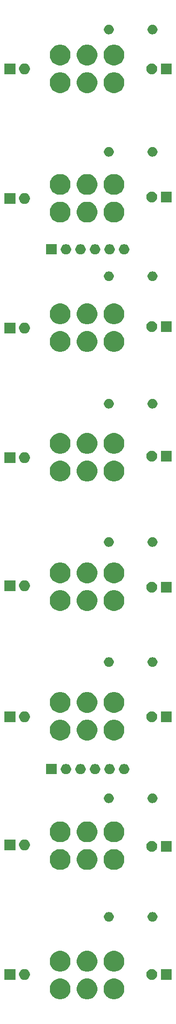
<source format=gbr>
G04 #@! TF.GenerationSoftware,KiCad,Pcbnew,(5.1.5)-3*
G04 #@! TF.CreationDate,2020-05-19T17:08:50-07:00*
G04 #@! TF.ProjectId,SM2REV1,534d3252-4556-4312-9e6b-696361645f70,rev?*
G04 #@! TF.SameCoordinates,Original*
G04 #@! TF.FileFunction,Soldermask,Bot*
G04 #@! TF.FilePolarity,Negative*
%FSLAX46Y46*%
G04 Gerber Fmt 4.6, Leading zero omitted, Abs format (unit mm)*
G04 Created by KiCad (PCBNEW (5.1.5)-3) date 2020-05-19 17:08:50*
%MOMM*%
%LPD*%
G04 APERTURE LIST*
%ADD10C,0.100000*%
G04 APERTURE END LIST*
D10*
G36*
X129306831Y-185200672D02*
G01*
X129636776Y-185337340D01*
X129636777Y-185337341D01*
X129933720Y-185535751D01*
X130186249Y-185788280D01*
X130318822Y-185986691D01*
X130384660Y-186085224D01*
X130521328Y-186415169D01*
X130591000Y-186765434D01*
X130591000Y-187122566D01*
X130521328Y-187472831D01*
X130384660Y-187802776D01*
X130384659Y-187802777D01*
X130186249Y-188099720D01*
X129933720Y-188352249D01*
X129735309Y-188484822D01*
X129636776Y-188550660D01*
X129306831Y-188687328D01*
X128956566Y-188757000D01*
X128599434Y-188757000D01*
X128249169Y-188687328D01*
X127919224Y-188550660D01*
X127820691Y-188484822D01*
X127622280Y-188352249D01*
X127369751Y-188099720D01*
X127171341Y-187802777D01*
X127171340Y-187802776D01*
X127034672Y-187472831D01*
X126965000Y-187122566D01*
X126965000Y-186765434D01*
X127034672Y-186415169D01*
X127171340Y-186085224D01*
X127237178Y-185986691D01*
X127369751Y-185788280D01*
X127622280Y-185535751D01*
X127919223Y-185337341D01*
X127919224Y-185337340D01*
X128249169Y-185200672D01*
X128599434Y-185131000D01*
X128956566Y-185131000D01*
X129306831Y-185200672D01*
G37*
G36*
X138704831Y-185200672D02*
G01*
X139034776Y-185337340D01*
X139034777Y-185337341D01*
X139331720Y-185535751D01*
X139584249Y-185788280D01*
X139716822Y-185986691D01*
X139782660Y-186085224D01*
X139919328Y-186415169D01*
X139989000Y-186765434D01*
X139989000Y-187122566D01*
X139919328Y-187472831D01*
X139782660Y-187802776D01*
X139782659Y-187802777D01*
X139584249Y-188099720D01*
X139331720Y-188352249D01*
X139133309Y-188484822D01*
X139034776Y-188550660D01*
X138704831Y-188687328D01*
X138354566Y-188757000D01*
X137997434Y-188757000D01*
X137647169Y-188687328D01*
X137317224Y-188550660D01*
X137218691Y-188484822D01*
X137020280Y-188352249D01*
X136767751Y-188099720D01*
X136569341Y-187802777D01*
X136569340Y-187802776D01*
X136432672Y-187472831D01*
X136363000Y-187122566D01*
X136363000Y-186765434D01*
X136432672Y-186415169D01*
X136569340Y-186085224D01*
X136635178Y-185986691D01*
X136767751Y-185788280D01*
X137020280Y-185535751D01*
X137317223Y-185337341D01*
X137317224Y-185337340D01*
X137647169Y-185200672D01*
X137997434Y-185131000D01*
X138354566Y-185131000D01*
X138704831Y-185200672D01*
G37*
G36*
X134005831Y-185200672D02*
G01*
X134335776Y-185337340D01*
X134335777Y-185337341D01*
X134632720Y-185535751D01*
X134885249Y-185788280D01*
X135017822Y-185986691D01*
X135083660Y-186085224D01*
X135220328Y-186415169D01*
X135290000Y-186765434D01*
X135290000Y-187122566D01*
X135220328Y-187472831D01*
X135083660Y-187802776D01*
X135083659Y-187802777D01*
X134885249Y-188099720D01*
X134632720Y-188352249D01*
X134434309Y-188484822D01*
X134335776Y-188550660D01*
X134005831Y-188687328D01*
X133655566Y-188757000D01*
X133298434Y-188757000D01*
X132948169Y-188687328D01*
X132618224Y-188550660D01*
X132519691Y-188484822D01*
X132321280Y-188352249D01*
X132068751Y-188099720D01*
X131870341Y-187802777D01*
X131870340Y-187802776D01*
X131733672Y-187472831D01*
X131664000Y-187122566D01*
X131664000Y-186765434D01*
X131733672Y-186415169D01*
X131870340Y-186085224D01*
X131936178Y-185986691D01*
X132068751Y-185788280D01*
X132321280Y-185535751D01*
X132618223Y-185337341D01*
X132618224Y-185337340D01*
X132948169Y-185200672D01*
X133298434Y-185131000D01*
X133655566Y-185131000D01*
X134005831Y-185200672D01*
G37*
G36*
X122832395Y-183489546D02*
G01*
X123005466Y-183561234D01*
X123005467Y-183561235D01*
X123161227Y-183665310D01*
X123293690Y-183797773D01*
X123293691Y-183797775D01*
X123397766Y-183953534D01*
X123469454Y-184126605D01*
X123506000Y-184310333D01*
X123506000Y-184497667D01*
X123469454Y-184681395D01*
X123397766Y-184854466D01*
X123397765Y-184854467D01*
X123293690Y-185010227D01*
X123161227Y-185142690D01*
X123082818Y-185195081D01*
X123005466Y-185246766D01*
X122832395Y-185318454D01*
X122648667Y-185355000D01*
X122461333Y-185355000D01*
X122277605Y-185318454D01*
X122104534Y-185246766D01*
X122027182Y-185195081D01*
X121948773Y-185142690D01*
X121816310Y-185010227D01*
X121712235Y-184854467D01*
X121712234Y-184854466D01*
X121640546Y-184681395D01*
X121604000Y-184497667D01*
X121604000Y-184310333D01*
X121640546Y-184126605D01*
X121712234Y-183953534D01*
X121816309Y-183797775D01*
X121816310Y-183797773D01*
X121948773Y-183665310D01*
X122104533Y-183561235D01*
X122104534Y-183561234D01*
X122277605Y-183489546D01*
X122461333Y-183453000D01*
X122648667Y-183453000D01*
X122832395Y-183489546D01*
G37*
G36*
X148271000Y-185355000D02*
G01*
X146369000Y-185355000D01*
X146369000Y-183453000D01*
X148271000Y-183453000D01*
X148271000Y-185355000D01*
G37*
G36*
X145057395Y-183489546D02*
G01*
X145230466Y-183561234D01*
X145230467Y-183561235D01*
X145386227Y-183665310D01*
X145518690Y-183797773D01*
X145518691Y-183797775D01*
X145622766Y-183953534D01*
X145694454Y-184126605D01*
X145731000Y-184310333D01*
X145731000Y-184497667D01*
X145694454Y-184681395D01*
X145622766Y-184854466D01*
X145622765Y-184854467D01*
X145518690Y-185010227D01*
X145386227Y-185142690D01*
X145307818Y-185195081D01*
X145230466Y-185246766D01*
X145057395Y-185318454D01*
X144873667Y-185355000D01*
X144686333Y-185355000D01*
X144502605Y-185318454D01*
X144329534Y-185246766D01*
X144252182Y-185195081D01*
X144173773Y-185142690D01*
X144041310Y-185010227D01*
X143937235Y-184854467D01*
X143937234Y-184854466D01*
X143865546Y-184681395D01*
X143829000Y-184497667D01*
X143829000Y-184310333D01*
X143865546Y-184126605D01*
X143937234Y-183953534D01*
X144041309Y-183797775D01*
X144041310Y-183797773D01*
X144173773Y-183665310D01*
X144329533Y-183561235D01*
X144329534Y-183561234D01*
X144502605Y-183489546D01*
X144686333Y-183453000D01*
X144873667Y-183453000D01*
X145057395Y-183489546D01*
G37*
G36*
X120966000Y-185355000D02*
G01*
X119064000Y-185355000D01*
X119064000Y-183453000D01*
X120966000Y-183453000D01*
X120966000Y-185355000D01*
G37*
G36*
X129306831Y-180374672D02*
G01*
X129636776Y-180511340D01*
X129636777Y-180511341D01*
X129933720Y-180709751D01*
X130186249Y-180962280D01*
X130318822Y-181160691D01*
X130384660Y-181259224D01*
X130521328Y-181589169D01*
X130591000Y-181939434D01*
X130591000Y-182296566D01*
X130521328Y-182646831D01*
X130384660Y-182976776D01*
X130384659Y-182976777D01*
X130186249Y-183273720D01*
X129933720Y-183526249D01*
X129881359Y-183561235D01*
X129636776Y-183724660D01*
X129306831Y-183861328D01*
X128956566Y-183931000D01*
X128599434Y-183931000D01*
X128249169Y-183861328D01*
X127919224Y-183724660D01*
X127674641Y-183561235D01*
X127622280Y-183526249D01*
X127369751Y-183273720D01*
X127171341Y-182976777D01*
X127171340Y-182976776D01*
X127034672Y-182646831D01*
X126965000Y-182296566D01*
X126965000Y-181939434D01*
X127034672Y-181589169D01*
X127171340Y-181259224D01*
X127237178Y-181160691D01*
X127369751Y-180962280D01*
X127622280Y-180709751D01*
X127919223Y-180511341D01*
X127919224Y-180511340D01*
X128249169Y-180374672D01*
X128599434Y-180305000D01*
X128956566Y-180305000D01*
X129306831Y-180374672D01*
G37*
G36*
X134005831Y-180374672D02*
G01*
X134335776Y-180511340D01*
X134335777Y-180511341D01*
X134632720Y-180709751D01*
X134885249Y-180962280D01*
X135017822Y-181160691D01*
X135083660Y-181259224D01*
X135220328Y-181589169D01*
X135290000Y-181939434D01*
X135290000Y-182296566D01*
X135220328Y-182646831D01*
X135083660Y-182976776D01*
X135083659Y-182976777D01*
X134885249Y-183273720D01*
X134632720Y-183526249D01*
X134580359Y-183561235D01*
X134335776Y-183724660D01*
X134005831Y-183861328D01*
X133655566Y-183931000D01*
X133298434Y-183931000D01*
X132948169Y-183861328D01*
X132618224Y-183724660D01*
X132373641Y-183561235D01*
X132321280Y-183526249D01*
X132068751Y-183273720D01*
X131870341Y-182976777D01*
X131870340Y-182976776D01*
X131733672Y-182646831D01*
X131664000Y-182296566D01*
X131664000Y-181939434D01*
X131733672Y-181589169D01*
X131870340Y-181259224D01*
X131936178Y-181160691D01*
X132068751Y-180962280D01*
X132321280Y-180709751D01*
X132618223Y-180511341D01*
X132618224Y-180511340D01*
X132948169Y-180374672D01*
X133298434Y-180305000D01*
X133655566Y-180305000D01*
X134005831Y-180374672D01*
G37*
G36*
X138704831Y-180374672D02*
G01*
X139034776Y-180511340D01*
X139034777Y-180511341D01*
X139331720Y-180709751D01*
X139584249Y-180962280D01*
X139716822Y-181160691D01*
X139782660Y-181259224D01*
X139919328Y-181589169D01*
X139989000Y-181939434D01*
X139989000Y-182296566D01*
X139919328Y-182646831D01*
X139782660Y-182976776D01*
X139782659Y-182976777D01*
X139584249Y-183273720D01*
X139331720Y-183526249D01*
X139279359Y-183561235D01*
X139034776Y-183724660D01*
X138704831Y-183861328D01*
X138354566Y-183931000D01*
X137997434Y-183931000D01*
X137647169Y-183861328D01*
X137317224Y-183724660D01*
X137072641Y-183561235D01*
X137020280Y-183526249D01*
X136767751Y-183273720D01*
X136569341Y-182976777D01*
X136569340Y-182976776D01*
X136432672Y-182646831D01*
X136363000Y-182296566D01*
X136363000Y-181939434D01*
X136432672Y-181589169D01*
X136569340Y-181259224D01*
X136635178Y-181160691D01*
X136767751Y-180962280D01*
X137020280Y-180709751D01*
X137317223Y-180511341D01*
X137317224Y-180511340D01*
X137647169Y-180374672D01*
X137997434Y-180305000D01*
X138354566Y-180305000D01*
X138704831Y-180374672D01*
G37*
G36*
X137535228Y-173552703D02*
G01*
X137690100Y-173616853D01*
X137829481Y-173709985D01*
X137948015Y-173828519D01*
X138041147Y-173967900D01*
X138105297Y-174122772D01*
X138138000Y-174287184D01*
X138138000Y-174454816D01*
X138105297Y-174619228D01*
X138041147Y-174774100D01*
X137948015Y-174913481D01*
X137829481Y-175032015D01*
X137690100Y-175125147D01*
X137535228Y-175189297D01*
X137370816Y-175222000D01*
X137203184Y-175222000D01*
X137038772Y-175189297D01*
X136883900Y-175125147D01*
X136744519Y-175032015D01*
X136625985Y-174913481D01*
X136532853Y-174774100D01*
X136468703Y-174619228D01*
X136436000Y-174454816D01*
X136436000Y-174287184D01*
X136468703Y-174122772D01*
X136532853Y-173967900D01*
X136625985Y-173828519D01*
X136744519Y-173709985D01*
X136883900Y-173616853D01*
X137038772Y-173552703D01*
X137203184Y-173520000D01*
X137370816Y-173520000D01*
X137535228Y-173552703D01*
G37*
G36*
X145155228Y-173552703D02*
G01*
X145310100Y-173616853D01*
X145449481Y-173709985D01*
X145568015Y-173828519D01*
X145661147Y-173967900D01*
X145725297Y-174122772D01*
X145758000Y-174287184D01*
X145758000Y-174454816D01*
X145725297Y-174619228D01*
X145661147Y-174774100D01*
X145568015Y-174913481D01*
X145449481Y-175032015D01*
X145310100Y-175125147D01*
X145155228Y-175189297D01*
X144990816Y-175222000D01*
X144823184Y-175222000D01*
X144658772Y-175189297D01*
X144503900Y-175125147D01*
X144364519Y-175032015D01*
X144245985Y-174913481D01*
X144152853Y-174774100D01*
X144088703Y-174619228D01*
X144056000Y-174454816D01*
X144056000Y-174287184D01*
X144088703Y-174122772D01*
X144152853Y-173967900D01*
X144245985Y-173828519D01*
X144364519Y-173709985D01*
X144503900Y-173616853D01*
X144658772Y-173552703D01*
X144823184Y-173520000D01*
X144990816Y-173520000D01*
X145155228Y-173552703D01*
G37*
G36*
X138704831Y-162612814D02*
G01*
X139034776Y-162749482D01*
X139133309Y-162815320D01*
X139331720Y-162947893D01*
X139584249Y-163200422D01*
X139716822Y-163398833D01*
X139782660Y-163497366D01*
X139919328Y-163827311D01*
X139989000Y-164177576D01*
X139989000Y-164534708D01*
X139919328Y-164884973D01*
X139782660Y-165214918D01*
X139782659Y-165214919D01*
X139584249Y-165511862D01*
X139331720Y-165764391D01*
X139133309Y-165896964D01*
X139034776Y-165962802D01*
X138704831Y-166099470D01*
X138354566Y-166169142D01*
X137997434Y-166169142D01*
X137647169Y-166099470D01*
X137317224Y-165962802D01*
X137218691Y-165896964D01*
X137020280Y-165764391D01*
X136767751Y-165511862D01*
X136569341Y-165214919D01*
X136569340Y-165214918D01*
X136432672Y-164884973D01*
X136363000Y-164534708D01*
X136363000Y-164177576D01*
X136432672Y-163827311D01*
X136569340Y-163497366D01*
X136635178Y-163398833D01*
X136767751Y-163200422D01*
X137020280Y-162947893D01*
X137218691Y-162815320D01*
X137317224Y-162749482D01*
X137647169Y-162612814D01*
X137997434Y-162543142D01*
X138354566Y-162543142D01*
X138704831Y-162612814D01*
G37*
G36*
X129306831Y-162612814D02*
G01*
X129636776Y-162749482D01*
X129735309Y-162815320D01*
X129933720Y-162947893D01*
X130186249Y-163200422D01*
X130318822Y-163398833D01*
X130384660Y-163497366D01*
X130521328Y-163827311D01*
X130591000Y-164177576D01*
X130591000Y-164534708D01*
X130521328Y-164884973D01*
X130384660Y-165214918D01*
X130384659Y-165214919D01*
X130186249Y-165511862D01*
X129933720Y-165764391D01*
X129735309Y-165896964D01*
X129636776Y-165962802D01*
X129306831Y-166099470D01*
X128956566Y-166169142D01*
X128599434Y-166169142D01*
X128249169Y-166099470D01*
X127919224Y-165962802D01*
X127820691Y-165896964D01*
X127622280Y-165764391D01*
X127369751Y-165511862D01*
X127171341Y-165214919D01*
X127171340Y-165214918D01*
X127034672Y-164884973D01*
X126965000Y-164534708D01*
X126965000Y-164177576D01*
X127034672Y-163827311D01*
X127171340Y-163497366D01*
X127237178Y-163398833D01*
X127369751Y-163200422D01*
X127622280Y-162947893D01*
X127820691Y-162815320D01*
X127919224Y-162749482D01*
X128249169Y-162612814D01*
X128599434Y-162543142D01*
X128956566Y-162543142D01*
X129306831Y-162612814D01*
G37*
G36*
X134005831Y-162612814D02*
G01*
X134335776Y-162749482D01*
X134434309Y-162815320D01*
X134632720Y-162947893D01*
X134885249Y-163200422D01*
X135017822Y-163398833D01*
X135083660Y-163497366D01*
X135220328Y-163827311D01*
X135290000Y-164177576D01*
X135290000Y-164534708D01*
X135220328Y-164884973D01*
X135083660Y-165214918D01*
X135083659Y-165214919D01*
X134885249Y-165511862D01*
X134632720Y-165764391D01*
X134434309Y-165896964D01*
X134335776Y-165962802D01*
X134005831Y-166099470D01*
X133655566Y-166169142D01*
X133298434Y-166169142D01*
X132948169Y-166099470D01*
X132618224Y-165962802D01*
X132519691Y-165896964D01*
X132321280Y-165764391D01*
X132068751Y-165511862D01*
X131870341Y-165214919D01*
X131870340Y-165214918D01*
X131733672Y-164884973D01*
X131664000Y-164534708D01*
X131664000Y-164177576D01*
X131733672Y-163827311D01*
X131870340Y-163497366D01*
X131936178Y-163398833D01*
X132068751Y-163200422D01*
X132321280Y-162947893D01*
X132519691Y-162815320D01*
X132618224Y-162749482D01*
X132948169Y-162612814D01*
X133298434Y-162543142D01*
X133655566Y-162543142D01*
X134005831Y-162612814D01*
G37*
G36*
X145057395Y-161137546D02*
G01*
X145230466Y-161209234D01*
X145230467Y-161209235D01*
X145386227Y-161313310D01*
X145518690Y-161445773D01*
X145518691Y-161445775D01*
X145622766Y-161601534D01*
X145694454Y-161774605D01*
X145731000Y-161958333D01*
X145731000Y-162145667D01*
X145694454Y-162329395D01*
X145622766Y-162502466D01*
X145595587Y-162543142D01*
X145518690Y-162658227D01*
X145386227Y-162790690D01*
X145307818Y-162843081D01*
X145230466Y-162894766D01*
X145057395Y-162966454D01*
X144873667Y-163003000D01*
X144686333Y-163003000D01*
X144502605Y-162966454D01*
X144329534Y-162894766D01*
X144252182Y-162843081D01*
X144173773Y-162790690D01*
X144041310Y-162658227D01*
X143964413Y-162543142D01*
X143937234Y-162502466D01*
X143865546Y-162329395D01*
X143829000Y-162145667D01*
X143829000Y-161958333D01*
X143865546Y-161774605D01*
X143937234Y-161601534D01*
X144041309Y-161445775D01*
X144041310Y-161445773D01*
X144173773Y-161313310D01*
X144329533Y-161209235D01*
X144329534Y-161209234D01*
X144502605Y-161137546D01*
X144686333Y-161101000D01*
X144873667Y-161101000D01*
X145057395Y-161137546D01*
G37*
G36*
X148271000Y-163003000D02*
G01*
X146369000Y-163003000D01*
X146369000Y-161101000D01*
X148271000Y-161101000D01*
X148271000Y-163003000D01*
G37*
G36*
X122832395Y-160883546D02*
G01*
X123005466Y-160955234D01*
X123005467Y-160955235D01*
X123161227Y-161059310D01*
X123293690Y-161191773D01*
X123346081Y-161270182D01*
X123397766Y-161347534D01*
X123469454Y-161520605D01*
X123506000Y-161704333D01*
X123506000Y-161891667D01*
X123469454Y-162075395D01*
X123397766Y-162248466D01*
X123397765Y-162248467D01*
X123293690Y-162404227D01*
X123161227Y-162536690D01*
X123082818Y-162589081D01*
X123005466Y-162640766D01*
X122832395Y-162712454D01*
X122648667Y-162749000D01*
X122461333Y-162749000D01*
X122277605Y-162712454D01*
X122104534Y-162640766D01*
X122027182Y-162589081D01*
X121948773Y-162536690D01*
X121816310Y-162404227D01*
X121712235Y-162248467D01*
X121712234Y-162248466D01*
X121640546Y-162075395D01*
X121604000Y-161891667D01*
X121604000Y-161704333D01*
X121640546Y-161520605D01*
X121712234Y-161347534D01*
X121763919Y-161270182D01*
X121816310Y-161191773D01*
X121948773Y-161059310D01*
X122104533Y-160955235D01*
X122104534Y-160955234D01*
X122277605Y-160883546D01*
X122461333Y-160847000D01*
X122648667Y-160847000D01*
X122832395Y-160883546D01*
G37*
G36*
X120966000Y-162749000D02*
G01*
X119064000Y-162749000D01*
X119064000Y-160847000D01*
X120966000Y-160847000D01*
X120966000Y-162749000D01*
G37*
G36*
X138704831Y-157786814D02*
G01*
X139034776Y-157923482D01*
X139034777Y-157923483D01*
X139331720Y-158121893D01*
X139584249Y-158374422D01*
X139716822Y-158572833D01*
X139782660Y-158671366D01*
X139919328Y-159001311D01*
X139989000Y-159351576D01*
X139989000Y-159708708D01*
X139919328Y-160058973D01*
X139782660Y-160388918D01*
X139782659Y-160388919D01*
X139584249Y-160685862D01*
X139331720Y-160938391D01*
X139150751Y-161059310D01*
X139034776Y-161136802D01*
X138704831Y-161273470D01*
X138354566Y-161343142D01*
X137997434Y-161343142D01*
X137647169Y-161273470D01*
X137317224Y-161136802D01*
X137201249Y-161059310D01*
X137020280Y-160938391D01*
X136767751Y-160685862D01*
X136569341Y-160388919D01*
X136569340Y-160388918D01*
X136432672Y-160058973D01*
X136363000Y-159708708D01*
X136363000Y-159351576D01*
X136432672Y-159001311D01*
X136569340Y-158671366D01*
X136635178Y-158572833D01*
X136767751Y-158374422D01*
X137020280Y-158121893D01*
X137317223Y-157923483D01*
X137317224Y-157923482D01*
X137647169Y-157786814D01*
X137997434Y-157717142D01*
X138354566Y-157717142D01*
X138704831Y-157786814D01*
G37*
G36*
X134005831Y-157786814D02*
G01*
X134335776Y-157923482D01*
X134335777Y-157923483D01*
X134632720Y-158121893D01*
X134885249Y-158374422D01*
X135017822Y-158572833D01*
X135083660Y-158671366D01*
X135220328Y-159001311D01*
X135290000Y-159351576D01*
X135290000Y-159708708D01*
X135220328Y-160058973D01*
X135083660Y-160388918D01*
X135083659Y-160388919D01*
X134885249Y-160685862D01*
X134632720Y-160938391D01*
X134451751Y-161059310D01*
X134335776Y-161136802D01*
X134005831Y-161273470D01*
X133655566Y-161343142D01*
X133298434Y-161343142D01*
X132948169Y-161273470D01*
X132618224Y-161136802D01*
X132502249Y-161059310D01*
X132321280Y-160938391D01*
X132068751Y-160685862D01*
X131870341Y-160388919D01*
X131870340Y-160388918D01*
X131733672Y-160058973D01*
X131664000Y-159708708D01*
X131664000Y-159351576D01*
X131733672Y-159001311D01*
X131870340Y-158671366D01*
X131936178Y-158572833D01*
X132068751Y-158374422D01*
X132321280Y-158121893D01*
X132618223Y-157923483D01*
X132618224Y-157923482D01*
X132948169Y-157786814D01*
X133298434Y-157717142D01*
X133655566Y-157717142D01*
X134005831Y-157786814D01*
G37*
G36*
X129306831Y-157786814D02*
G01*
X129636776Y-157923482D01*
X129636777Y-157923483D01*
X129933720Y-158121893D01*
X130186249Y-158374422D01*
X130318822Y-158572833D01*
X130384660Y-158671366D01*
X130521328Y-159001311D01*
X130591000Y-159351576D01*
X130591000Y-159708708D01*
X130521328Y-160058973D01*
X130384660Y-160388918D01*
X130384659Y-160388919D01*
X130186249Y-160685862D01*
X129933720Y-160938391D01*
X129752751Y-161059310D01*
X129636776Y-161136802D01*
X129306831Y-161273470D01*
X128956566Y-161343142D01*
X128599434Y-161343142D01*
X128249169Y-161273470D01*
X127919224Y-161136802D01*
X127803249Y-161059310D01*
X127622280Y-160938391D01*
X127369751Y-160685862D01*
X127171341Y-160388919D01*
X127171340Y-160388918D01*
X127034672Y-160058973D01*
X126965000Y-159708708D01*
X126965000Y-159351576D01*
X127034672Y-159001311D01*
X127171340Y-158671366D01*
X127237178Y-158572833D01*
X127369751Y-158374422D01*
X127622280Y-158121893D01*
X127919223Y-157923483D01*
X127919224Y-157923482D01*
X128249169Y-157786814D01*
X128599434Y-157717142D01*
X128956566Y-157717142D01*
X129306831Y-157786814D01*
G37*
G36*
X145155228Y-152851703D02*
G01*
X145310100Y-152915853D01*
X145449481Y-153008985D01*
X145568015Y-153127519D01*
X145661147Y-153266900D01*
X145725297Y-153421772D01*
X145758000Y-153586184D01*
X145758000Y-153753816D01*
X145725297Y-153918228D01*
X145661147Y-154073100D01*
X145568015Y-154212481D01*
X145449481Y-154331015D01*
X145310100Y-154424147D01*
X145155228Y-154488297D01*
X144990816Y-154521000D01*
X144823184Y-154521000D01*
X144658772Y-154488297D01*
X144503900Y-154424147D01*
X144364519Y-154331015D01*
X144245985Y-154212481D01*
X144152853Y-154073100D01*
X144088703Y-153918228D01*
X144056000Y-153753816D01*
X144056000Y-153586184D01*
X144088703Y-153421772D01*
X144152853Y-153266900D01*
X144245985Y-153127519D01*
X144364519Y-153008985D01*
X144503900Y-152915853D01*
X144658772Y-152851703D01*
X144823184Y-152819000D01*
X144990816Y-152819000D01*
X145155228Y-152851703D01*
G37*
G36*
X137535228Y-152851703D02*
G01*
X137690100Y-152915853D01*
X137829481Y-153008985D01*
X137948015Y-153127519D01*
X138041147Y-153266900D01*
X138105297Y-153421772D01*
X138138000Y-153586184D01*
X138138000Y-153753816D01*
X138105297Y-153918228D01*
X138041147Y-154073100D01*
X137948015Y-154212481D01*
X137829481Y-154331015D01*
X137690100Y-154424147D01*
X137535228Y-154488297D01*
X137370816Y-154521000D01*
X137203184Y-154521000D01*
X137038772Y-154488297D01*
X136883900Y-154424147D01*
X136744519Y-154331015D01*
X136625985Y-154212481D01*
X136532853Y-154073100D01*
X136468703Y-153918228D01*
X136436000Y-153753816D01*
X136436000Y-153586184D01*
X136468703Y-153421772D01*
X136532853Y-153266900D01*
X136625985Y-153127519D01*
X136744519Y-153008985D01*
X136883900Y-152915853D01*
X137038772Y-152851703D01*
X137203184Y-152819000D01*
X137370816Y-152819000D01*
X137535228Y-152851703D01*
G37*
G36*
X128155000Y-149491000D02*
G01*
X126353000Y-149491000D01*
X126353000Y-147689000D01*
X128155000Y-147689000D01*
X128155000Y-149491000D01*
G37*
G36*
X129907512Y-147693927D02*
G01*
X130056812Y-147723624D01*
X130220784Y-147791544D01*
X130368354Y-147890147D01*
X130493853Y-148015646D01*
X130592456Y-148163216D01*
X130660376Y-148327188D01*
X130695000Y-148501259D01*
X130695000Y-148678741D01*
X130660376Y-148852812D01*
X130592456Y-149016784D01*
X130493853Y-149164354D01*
X130368354Y-149289853D01*
X130220784Y-149388456D01*
X130056812Y-149456376D01*
X129907512Y-149486073D01*
X129882742Y-149491000D01*
X129705258Y-149491000D01*
X129680488Y-149486073D01*
X129531188Y-149456376D01*
X129367216Y-149388456D01*
X129219646Y-149289853D01*
X129094147Y-149164354D01*
X128995544Y-149016784D01*
X128927624Y-148852812D01*
X128893000Y-148678741D01*
X128893000Y-148501259D01*
X128927624Y-148327188D01*
X128995544Y-148163216D01*
X129094147Y-148015646D01*
X129219646Y-147890147D01*
X129367216Y-147791544D01*
X129531188Y-147723624D01*
X129680488Y-147693927D01*
X129705258Y-147689000D01*
X129882742Y-147689000D01*
X129907512Y-147693927D01*
G37*
G36*
X132447512Y-147693927D02*
G01*
X132596812Y-147723624D01*
X132760784Y-147791544D01*
X132908354Y-147890147D01*
X133033853Y-148015646D01*
X133132456Y-148163216D01*
X133200376Y-148327188D01*
X133235000Y-148501259D01*
X133235000Y-148678741D01*
X133200376Y-148852812D01*
X133132456Y-149016784D01*
X133033853Y-149164354D01*
X132908354Y-149289853D01*
X132760784Y-149388456D01*
X132596812Y-149456376D01*
X132447512Y-149486073D01*
X132422742Y-149491000D01*
X132245258Y-149491000D01*
X132220488Y-149486073D01*
X132071188Y-149456376D01*
X131907216Y-149388456D01*
X131759646Y-149289853D01*
X131634147Y-149164354D01*
X131535544Y-149016784D01*
X131467624Y-148852812D01*
X131433000Y-148678741D01*
X131433000Y-148501259D01*
X131467624Y-148327188D01*
X131535544Y-148163216D01*
X131634147Y-148015646D01*
X131759646Y-147890147D01*
X131907216Y-147791544D01*
X132071188Y-147723624D01*
X132220488Y-147693927D01*
X132245258Y-147689000D01*
X132422742Y-147689000D01*
X132447512Y-147693927D01*
G37*
G36*
X134987512Y-147693927D02*
G01*
X135136812Y-147723624D01*
X135300784Y-147791544D01*
X135448354Y-147890147D01*
X135573853Y-148015646D01*
X135672456Y-148163216D01*
X135740376Y-148327188D01*
X135775000Y-148501259D01*
X135775000Y-148678741D01*
X135740376Y-148852812D01*
X135672456Y-149016784D01*
X135573853Y-149164354D01*
X135448354Y-149289853D01*
X135300784Y-149388456D01*
X135136812Y-149456376D01*
X134987512Y-149486073D01*
X134962742Y-149491000D01*
X134785258Y-149491000D01*
X134760488Y-149486073D01*
X134611188Y-149456376D01*
X134447216Y-149388456D01*
X134299646Y-149289853D01*
X134174147Y-149164354D01*
X134075544Y-149016784D01*
X134007624Y-148852812D01*
X133973000Y-148678741D01*
X133973000Y-148501259D01*
X134007624Y-148327188D01*
X134075544Y-148163216D01*
X134174147Y-148015646D01*
X134299646Y-147890147D01*
X134447216Y-147791544D01*
X134611188Y-147723624D01*
X134760488Y-147693927D01*
X134785258Y-147689000D01*
X134962742Y-147689000D01*
X134987512Y-147693927D01*
G37*
G36*
X140067512Y-147693927D02*
G01*
X140216812Y-147723624D01*
X140380784Y-147791544D01*
X140528354Y-147890147D01*
X140653853Y-148015646D01*
X140752456Y-148163216D01*
X140820376Y-148327188D01*
X140855000Y-148501259D01*
X140855000Y-148678741D01*
X140820376Y-148852812D01*
X140752456Y-149016784D01*
X140653853Y-149164354D01*
X140528354Y-149289853D01*
X140380784Y-149388456D01*
X140216812Y-149456376D01*
X140067512Y-149486073D01*
X140042742Y-149491000D01*
X139865258Y-149491000D01*
X139840488Y-149486073D01*
X139691188Y-149456376D01*
X139527216Y-149388456D01*
X139379646Y-149289853D01*
X139254147Y-149164354D01*
X139155544Y-149016784D01*
X139087624Y-148852812D01*
X139053000Y-148678741D01*
X139053000Y-148501259D01*
X139087624Y-148327188D01*
X139155544Y-148163216D01*
X139254147Y-148015646D01*
X139379646Y-147890147D01*
X139527216Y-147791544D01*
X139691188Y-147723624D01*
X139840488Y-147693927D01*
X139865258Y-147689000D01*
X140042742Y-147689000D01*
X140067512Y-147693927D01*
G37*
G36*
X137527512Y-147693927D02*
G01*
X137676812Y-147723624D01*
X137840784Y-147791544D01*
X137988354Y-147890147D01*
X138113853Y-148015646D01*
X138212456Y-148163216D01*
X138280376Y-148327188D01*
X138315000Y-148501259D01*
X138315000Y-148678741D01*
X138280376Y-148852812D01*
X138212456Y-149016784D01*
X138113853Y-149164354D01*
X137988354Y-149289853D01*
X137840784Y-149388456D01*
X137676812Y-149456376D01*
X137527512Y-149486073D01*
X137502742Y-149491000D01*
X137325258Y-149491000D01*
X137300488Y-149486073D01*
X137151188Y-149456376D01*
X136987216Y-149388456D01*
X136839646Y-149289853D01*
X136714147Y-149164354D01*
X136615544Y-149016784D01*
X136547624Y-148852812D01*
X136513000Y-148678741D01*
X136513000Y-148501259D01*
X136547624Y-148327188D01*
X136615544Y-148163216D01*
X136714147Y-148015646D01*
X136839646Y-147890147D01*
X136987216Y-147791544D01*
X137151188Y-147723624D01*
X137300488Y-147693927D01*
X137325258Y-147689000D01*
X137502742Y-147689000D01*
X137527512Y-147693927D01*
G37*
G36*
X129306831Y-140024957D02*
G01*
X129636776Y-140161625D01*
X129735309Y-140227463D01*
X129933720Y-140360036D01*
X130186249Y-140612565D01*
X130318822Y-140810976D01*
X130384660Y-140909509D01*
X130521328Y-141239454D01*
X130591000Y-141589719D01*
X130591000Y-141946851D01*
X130521328Y-142297116D01*
X130384660Y-142627061D01*
X130384659Y-142627062D01*
X130186249Y-142924005D01*
X129933720Y-143176534D01*
X129735309Y-143309107D01*
X129636776Y-143374945D01*
X129306831Y-143511613D01*
X128956566Y-143581285D01*
X128599434Y-143581285D01*
X128249169Y-143511613D01*
X127919224Y-143374945D01*
X127820691Y-143309107D01*
X127622280Y-143176534D01*
X127369751Y-142924005D01*
X127171341Y-142627062D01*
X127171340Y-142627061D01*
X127034672Y-142297116D01*
X126965000Y-141946851D01*
X126965000Y-141589719D01*
X127034672Y-141239454D01*
X127171340Y-140909509D01*
X127237178Y-140810976D01*
X127369751Y-140612565D01*
X127622280Y-140360036D01*
X127820691Y-140227463D01*
X127919224Y-140161625D01*
X128249169Y-140024957D01*
X128599434Y-139955285D01*
X128956566Y-139955285D01*
X129306831Y-140024957D01*
G37*
G36*
X138704831Y-140024957D02*
G01*
X139034776Y-140161625D01*
X139133309Y-140227463D01*
X139331720Y-140360036D01*
X139584249Y-140612565D01*
X139716822Y-140810976D01*
X139782660Y-140909509D01*
X139919328Y-141239454D01*
X139989000Y-141589719D01*
X139989000Y-141946851D01*
X139919328Y-142297116D01*
X139782660Y-142627061D01*
X139782659Y-142627062D01*
X139584249Y-142924005D01*
X139331720Y-143176534D01*
X139133309Y-143309107D01*
X139034776Y-143374945D01*
X138704831Y-143511613D01*
X138354566Y-143581285D01*
X137997434Y-143581285D01*
X137647169Y-143511613D01*
X137317224Y-143374945D01*
X137218691Y-143309107D01*
X137020280Y-143176534D01*
X136767751Y-142924005D01*
X136569341Y-142627062D01*
X136569340Y-142627061D01*
X136432672Y-142297116D01*
X136363000Y-141946851D01*
X136363000Y-141589719D01*
X136432672Y-141239454D01*
X136569340Y-140909509D01*
X136635178Y-140810976D01*
X136767751Y-140612565D01*
X137020280Y-140360036D01*
X137218691Y-140227463D01*
X137317224Y-140161625D01*
X137647169Y-140024957D01*
X137997434Y-139955285D01*
X138354566Y-139955285D01*
X138704831Y-140024957D01*
G37*
G36*
X134005831Y-140024957D02*
G01*
X134335776Y-140161625D01*
X134434309Y-140227463D01*
X134632720Y-140360036D01*
X134885249Y-140612565D01*
X135017822Y-140810976D01*
X135083660Y-140909509D01*
X135220328Y-141239454D01*
X135290000Y-141589719D01*
X135290000Y-141946851D01*
X135220328Y-142297116D01*
X135083660Y-142627061D01*
X135083659Y-142627062D01*
X134885249Y-142924005D01*
X134632720Y-143176534D01*
X134434309Y-143309107D01*
X134335776Y-143374945D01*
X134005831Y-143511613D01*
X133655566Y-143581285D01*
X133298434Y-143581285D01*
X132948169Y-143511613D01*
X132618224Y-143374945D01*
X132519691Y-143309107D01*
X132321280Y-143176534D01*
X132068751Y-142924005D01*
X131870341Y-142627062D01*
X131870340Y-142627061D01*
X131733672Y-142297116D01*
X131664000Y-141946851D01*
X131664000Y-141589719D01*
X131733672Y-141239454D01*
X131870340Y-140909509D01*
X131936178Y-140810976D01*
X132068751Y-140612565D01*
X132321280Y-140360036D01*
X132519691Y-140227463D01*
X132618224Y-140161625D01*
X132948169Y-140024957D01*
X133298434Y-139955285D01*
X133655566Y-139955285D01*
X134005831Y-140024957D01*
G37*
G36*
X148271000Y-140397000D02*
G01*
X146369000Y-140397000D01*
X146369000Y-138495000D01*
X148271000Y-138495000D01*
X148271000Y-140397000D01*
G37*
G36*
X145057395Y-138531546D02*
G01*
X145230466Y-138603234D01*
X145230467Y-138603235D01*
X145386227Y-138707310D01*
X145518690Y-138839773D01*
X145518691Y-138839775D01*
X145622766Y-138995534D01*
X145694454Y-139168605D01*
X145731000Y-139352333D01*
X145731000Y-139539667D01*
X145694454Y-139723395D01*
X145622766Y-139896466D01*
X145622765Y-139896467D01*
X145518690Y-140052227D01*
X145386227Y-140184690D01*
X145307818Y-140237081D01*
X145230466Y-140288766D01*
X145057395Y-140360454D01*
X144873667Y-140397000D01*
X144686333Y-140397000D01*
X144502605Y-140360454D01*
X144329534Y-140288766D01*
X144252182Y-140237081D01*
X144173773Y-140184690D01*
X144041310Y-140052227D01*
X143937235Y-139896467D01*
X143937234Y-139896466D01*
X143865546Y-139723395D01*
X143829000Y-139539667D01*
X143829000Y-139352333D01*
X143865546Y-139168605D01*
X143937234Y-138995534D01*
X144041309Y-138839775D01*
X144041310Y-138839773D01*
X144173773Y-138707310D01*
X144329533Y-138603235D01*
X144329534Y-138603234D01*
X144502605Y-138531546D01*
X144686333Y-138495000D01*
X144873667Y-138495000D01*
X145057395Y-138531546D01*
G37*
G36*
X122832395Y-138531546D02*
G01*
X123005466Y-138603234D01*
X123005467Y-138603235D01*
X123161227Y-138707310D01*
X123293690Y-138839773D01*
X123293691Y-138839775D01*
X123397766Y-138995534D01*
X123469454Y-139168605D01*
X123506000Y-139352333D01*
X123506000Y-139539667D01*
X123469454Y-139723395D01*
X123397766Y-139896466D01*
X123397765Y-139896467D01*
X123293690Y-140052227D01*
X123161227Y-140184690D01*
X123082818Y-140237081D01*
X123005466Y-140288766D01*
X122832395Y-140360454D01*
X122648667Y-140397000D01*
X122461333Y-140397000D01*
X122277605Y-140360454D01*
X122104534Y-140288766D01*
X122027182Y-140237081D01*
X121948773Y-140184690D01*
X121816310Y-140052227D01*
X121712235Y-139896467D01*
X121712234Y-139896466D01*
X121640546Y-139723395D01*
X121604000Y-139539667D01*
X121604000Y-139352333D01*
X121640546Y-139168605D01*
X121712234Y-138995534D01*
X121816309Y-138839775D01*
X121816310Y-138839773D01*
X121948773Y-138707310D01*
X122104533Y-138603235D01*
X122104534Y-138603234D01*
X122277605Y-138531546D01*
X122461333Y-138495000D01*
X122648667Y-138495000D01*
X122832395Y-138531546D01*
G37*
G36*
X120966000Y-140397000D02*
G01*
X119064000Y-140397000D01*
X119064000Y-138495000D01*
X120966000Y-138495000D01*
X120966000Y-140397000D01*
G37*
G36*
X129306831Y-135198957D02*
G01*
X129636776Y-135335625D01*
X129636777Y-135335626D01*
X129933720Y-135534036D01*
X130186249Y-135786565D01*
X130318822Y-135984976D01*
X130384660Y-136083509D01*
X130521328Y-136413454D01*
X130591000Y-136763719D01*
X130591000Y-137120851D01*
X130521328Y-137471116D01*
X130384660Y-137801061D01*
X130384659Y-137801062D01*
X130186249Y-138098005D01*
X129933720Y-138350534D01*
X129735309Y-138483107D01*
X129636776Y-138548945D01*
X129306831Y-138685613D01*
X128956566Y-138755285D01*
X128599434Y-138755285D01*
X128249169Y-138685613D01*
X127919224Y-138548945D01*
X127820691Y-138483107D01*
X127622280Y-138350534D01*
X127369751Y-138098005D01*
X127171341Y-137801062D01*
X127171340Y-137801061D01*
X127034672Y-137471116D01*
X126965000Y-137120851D01*
X126965000Y-136763719D01*
X127034672Y-136413454D01*
X127171340Y-136083509D01*
X127237178Y-135984976D01*
X127369751Y-135786565D01*
X127622280Y-135534036D01*
X127919223Y-135335626D01*
X127919224Y-135335625D01*
X128249169Y-135198957D01*
X128599434Y-135129285D01*
X128956566Y-135129285D01*
X129306831Y-135198957D01*
G37*
G36*
X134005831Y-135198957D02*
G01*
X134335776Y-135335625D01*
X134335777Y-135335626D01*
X134632720Y-135534036D01*
X134885249Y-135786565D01*
X135017822Y-135984976D01*
X135083660Y-136083509D01*
X135220328Y-136413454D01*
X135290000Y-136763719D01*
X135290000Y-137120851D01*
X135220328Y-137471116D01*
X135083660Y-137801061D01*
X135083659Y-137801062D01*
X134885249Y-138098005D01*
X134632720Y-138350534D01*
X134434309Y-138483107D01*
X134335776Y-138548945D01*
X134005831Y-138685613D01*
X133655566Y-138755285D01*
X133298434Y-138755285D01*
X132948169Y-138685613D01*
X132618224Y-138548945D01*
X132519691Y-138483107D01*
X132321280Y-138350534D01*
X132068751Y-138098005D01*
X131870341Y-137801062D01*
X131870340Y-137801061D01*
X131733672Y-137471116D01*
X131664000Y-137120851D01*
X131664000Y-136763719D01*
X131733672Y-136413454D01*
X131870340Y-136083509D01*
X131936178Y-135984976D01*
X132068751Y-135786565D01*
X132321280Y-135534036D01*
X132618223Y-135335626D01*
X132618224Y-135335625D01*
X132948169Y-135198957D01*
X133298434Y-135129285D01*
X133655566Y-135129285D01*
X134005831Y-135198957D01*
G37*
G36*
X138704831Y-135198957D02*
G01*
X139034776Y-135335625D01*
X139034777Y-135335626D01*
X139331720Y-135534036D01*
X139584249Y-135786565D01*
X139716822Y-135984976D01*
X139782660Y-136083509D01*
X139919328Y-136413454D01*
X139989000Y-136763719D01*
X139989000Y-137120851D01*
X139919328Y-137471116D01*
X139782660Y-137801061D01*
X139782659Y-137801062D01*
X139584249Y-138098005D01*
X139331720Y-138350534D01*
X139133309Y-138483107D01*
X139034776Y-138548945D01*
X138704831Y-138685613D01*
X138354566Y-138755285D01*
X137997434Y-138755285D01*
X137647169Y-138685613D01*
X137317224Y-138548945D01*
X137218691Y-138483107D01*
X137020280Y-138350534D01*
X136767751Y-138098005D01*
X136569341Y-137801062D01*
X136569340Y-137801061D01*
X136432672Y-137471116D01*
X136363000Y-137120851D01*
X136363000Y-136763719D01*
X136432672Y-136413454D01*
X136569340Y-136083509D01*
X136635178Y-135984976D01*
X136767751Y-135786565D01*
X137020280Y-135534036D01*
X137317223Y-135335626D01*
X137317224Y-135335625D01*
X137647169Y-135198957D01*
X137997434Y-135129285D01*
X138354566Y-135129285D01*
X138704831Y-135198957D01*
G37*
G36*
X145155228Y-129102703D02*
G01*
X145310100Y-129166853D01*
X145449481Y-129259985D01*
X145568015Y-129378519D01*
X145661147Y-129517900D01*
X145725297Y-129672772D01*
X145758000Y-129837184D01*
X145758000Y-130004816D01*
X145725297Y-130169228D01*
X145661147Y-130324100D01*
X145568015Y-130463481D01*
X145449481Y-130582015D01*
X145310100Y-130675147D01*
X145155228Y-130739297D01*
X144990816Y-130772000D01*
X144823184Y-130772000D01*
X144658772Y-130739297D01*
X144503900Y-130675147D01*
X144364519Y-130582015D01*
X144245985Y-130463481D01*
X144152853Y-130324100D01*
X144088703Y-130169228D01*
X144056000Y-130004816D01*
X144056000Y-129837184D01*
X144088703Y-129672772D01*
X144152853Y-129517900D01*
X144245985Y-129378519D01*
X144364519Y-129259985D01*
X144503900Y-129166853D01*
X144658772Y-129102703D01*
X144823184Y-129070000D01*
X144990816Y-129070000D01*
X145155228Y-129102703D01*
G37*
G36*
X137535228Y-129102703D02*
G01*
X137690100Y-129166853D01*
X137829481Y-129259985D01*
X137948015Y-129378519D01*
X138041147Y-129517900D01*
X138105297Y-129672772D01*
X138138000Y-129837184D01*
X138138000Y-130004816D01*
X138105297Y-130169228D01*
X138041147Y-130324100D01*
X137948015Y-130463481D01*
X137829481Y-130582015D01*
X137690100Y-130675147D01*
X137535228Y-130739297D01*
X137370816Y-130772000D01*
X137203184Y-130772000D01*
X137038772Y-130739297D01*
X136883900Y-130675147D01*
X136744519Y-130582015D01*
X136625985Y-130463481D01*
X136532853Y-130324100D01*
X136468703Y-130169228D01*
X136436000Y-130004816D01*
X136436000Y-129837184D01*
X136468703Y-129672772D01*
X136532853Y-129517900D01*
X136625985Y-129378519D01*
X136744519Y-129259985D01*
X136883900Y-129166853D01*
X137038772Y-129102703D01*
X137203184Y-129070000D01*
X137370816Y-129070000D01*
X137535228Y-129102703D01*
G37*
G36*
X138704831Y-117437100D02*
G01*
X139034776Y-117573768D01*
X139133309Y-117639606D01*
X139331720Y-117772179D01*
X139584249Y-118024708D01*
X139716822Y-118223119D01*
X139782660Y-118321652D01*
X139919328Y-118651597D01*
X139989000Y-119001862D01*
X139989000Y-119358994D01*
X139919328Y-119709259D01*
X139782660Y-120039204D01*
X139782659Y-120039205D01*
X139584249Y-120336148D01*
X139331720Y-120588677D01*
X139133309Y-120721250D01*
X139034776Y-120787088D01*
X138704831Y-120923756D01*
X138354566Y-120993428D01*
X137997434Y-120993428D01*
X137647169Y-120923756D01*
X137317224Y-120787088D01*
X137218691Y-120721250D01*
X137020280Y-120588677D01*
X136767751Y-120336148D01*
X136569341Y-120039205D01*
X136569340Y-120039204D01*
X136432672Y-119709259D01*
X136363000Y-119358994D01*
X136363000Y-119001862D01*
X136432672Y-118651597D01*
X136569340Y-118321652D01*
X136635178Y-118223119D01*
X136767751Y-118024708D01*
X137020280Y-117772179D01*
X137218691Y-117639606D01*
X137317224Y-117573768D01*
X137647169Y-117437100D01*
X137997434Y-117367428D01*
X138354566Y-117367428D01*
X138704831Y-117437100D01*
G37*
G36*
X134005831Y-117437100D02*
G01*
X134335776Y-117573768D01*
X134434309Y-117639606D01*
X134632720Y-117772179D01*
X134885249Y-118024708D01*
X135017822Y-118223119D01*
X135083660Y-118321652D01*
X135220328Y-118651597D01*
X135290000Y-119001862D01*
X135290000Y-119358994D01*
X135220328Y-119709259D01*
X135083660Y-120039204D01*
X135083659Y-120039205D01*
X134885249Y-120336148D01*
X134632720Y-120588677D01*
X134434309Y-120721250D01*
X134335776Y-120787088D01*
X134005831Y-120923756D01*
X133655566Y-120993428D01*
X133298434Y-120993428D01*
X132948169Y-120923756D01*
X132618224Y-120787088D01*
X132519691Y-120721250D01*
X132321280Y-120588677D01*
X132068751Y-120336148D01*
X131870341Y-120039205D01*
X131870340Y-120039204D01*
X131733672Y-119709259D01*
X131664000Y-119358994D01*
X131664000Y-119001862D01*
X131733672Y-118651597D01*
X131870340Y-118321652D01*
X131936178Y-118223119D01*
X132068751Y-118024708D01*
X132321280Y-117772179D01*
X132519691Y-117639606D01*
X132618224Y-117573768D01*
X132948169Y-117437100D01*
X133298434Y-117367428D01*
X133655566Y-117367428D01*
X134005831Y-117437100D01*
G37*
G36*
X129306831Y-117437100D02*
G01*
X129636776Y-117573768D01*
X129735309Y-117639606D01*
X129933720Y-117772179D01*
X130186249Y-118024708D01*
X130318822Y-118223119D01*
X130384660Y-118321652D01*
X130521328Y-118651597D01*
X130591000Y-119001862D01*
X130591000Y-119358994D01*
X130521328Y-119709259D01*
X130384660Y-120039204D01*
X130384659Y-120039205D01*
X130186249Y-120336148D01*
X129933720Y-120588677D01*
X129735309Y-120721250D01*
X129636776Y-120787088D01*
X129306831Y-120923756D01*
X128956566Y-120993428D01*
X128599434Y-120993428D01*
X128249169Y-120923756D01*
X127919224Y-120787088D01*
X127820691Y-120721250D01*
X127622280Y-120588677D01*
X127369751Y-120336148D01*
X127171341Y-120039205D01*
X127171340Y-120039204D01*
X127034672Y-119709259D01*
X126965000Y-119358994D01*
X126965000Y-119001862D01*
X127034672Y-118651597D01*
X127171340Y-118321652D01*
X127237178Y-118223119D01*
X127369751Y-118024708D01*
X127622280Y-117772179D01*
X127820691Y-117639606D01*
X127919224Y-117573768D01*
X128249169Y-117437100D01*
X128599434Y-117367428D01*
X128956566Y-117367428D01*
X129306831Y-117437100D01*
G37*
G36*
X148271000Y-117791000D02*
G01*
X146369000Y-117791000D01*
X146369000Y-115889000D01*
X148271000Y-115889000D01*
X148271000Y-117791000D01*
G37*
G36*
X145057395Y-115925546D02*
G01*
X145230466Y-115997234D01*
X145230467Y-115997235D01*
X145386227Y-116101310D01*
X145518690Y-116233773D01*
X145518691Y-116233775D01*
X145622766Y-116389534D01*
X145694454Y-116562605D01*
X145731000Y-116746333D01*
X145731000Y-116933667D01*
X145694454Y-117117395D01*
X145622766Y-117290466D01*
X145571342Y-117367428D01*
X145518690Y-117446227D01*
X145386227Y-117578690D01*
X145307818Y-117631081D01*
X145230466Y-117682766D01*
X145057395Y-117754454D01*
X144873667Y-117791000D01*
X144686333Y-117791000D01*
X144502605Y-117754454D01*
X144329534Y-117682766D01*
X144252182Y-117631081D01*
X144173773Y-117578690D01*
X144041310Y-117446227D01*
X143988658Y-117367428D01*
X143937234Y-117290466D01*
X143865546Y-117117395D01*
X143829000Y-116933667D01*
X143829000Y-116746333D01*
X143865546Y-116562605D01*
X143937234Y-116389534D01*
X144041309Y-116233775D01*
X144041310Y-116233773D01*
X144173773Y-116101310D01*
X144329533Y-115997235D01*
X144329534Y-115997234D01*
X144502605Y-115925546D01*
X144686333Y-115889000D01*
X144873667Y-115889000D01*
X145057395Y-115925546D01*
G37*
G36*
X122832395Y-115671546D02*
G01*
X123005466Y-115743234D01*
X123005467Y-115743235D01*
X123161227Y-115847310D01*
X123293690Y-115979773D01*
X123346081Y-116058182D01*
X123397766Y-116135534D01*
X123469454Y-116308605D01*
X123506000Y-116492333D01*
X123506000Y-116679667D01*
X123469454Y-116863395D01*
X123397766Y-117036466D01*
X123397765Y-117036467D01*
X123293690Y-117192227D01*
X123161227Y-117324690D01*
X123097265Y-117367428D01*
X123005466Y-117428766D01*
X122832395Y-117500454D01*
X122648667Y-117537000D01*
X122461333Y-117537000D01*
X122277605Y-117500454D01*
X122104534Y-117428766D01*
X122012735Y-117367428D01*
X121948773Y-117324690D01*
X121816310Y-117192227D01*
X121712235Y-117036467D01*
X121712234Y-117036466D01*
X121640546Y-116863395D01*
X121604000Y-116679667D01*
X121604000Y-116492333D01*
X121640546Y-116308605D01*
X121712234Y-116135534D01*
X121763919Y-116058182D01*
X121816310Y-115979773D01*
X121948773Y-115847310D01*
X122104533Y-115743235D01*
X122104534Y-115743234D01*
X122277605Y-115671546D01*
X122461333Y-115635000D01*
X122648667Y-115635000D01*
X122832395Y-115671546D01*
G37*
G36*
X120966000Y-117537000D02*
G01*
X119064000Y-117537000D01*
X119064000Y-115635000D01*
X120966000Y-115635000D01*
X120966000Y-117537000D01*
G37*
G36*
X134005831Y-112611100D02*
G01*
X134335776Y-112747768D01*
X134335777Y-112747769D01*
X134632720Y-112946179D01*
X134885249Y-113198708D01*
X135017822Y-113397119D01*
X135083660Y-113495652D01*
X135220328Y-113825597D01*
X135290000Y-114175862D01*
X135290000Y-114532994D01*
X135220328Y-114883259D01*
X135083660Y-115213204D01*
X135083659Y-115213205D01*
X134885249Y-115510148D01*
X134632720Y-115762677D01*
X134506057Y-115847310D01*
X134335776Y-115961088D01*
X134005831Y-116097756D01*
X133655566Y-116167428D01*
X133298434Y-116167428D01*
X132948169Y-116097756D01*
X132618224Y-115961088D01*
X132447943Y-115847310D01*
X132321280Y-115762677D01*
X132068751Y-115510148D01*
X131870341Y-115213205D01*
X131870340Y-115213204D01*
X131733672Y-114883259D01*
X131664000Y-114532994D01*
X131664000Y-114175862D01*
X131733672Y-113825597D01*
X131870340Y-113495652D01*
X131936178Y-113397119D01*
X132068751Y-113198708D01*
X132321280Y-112946179D01*
X132618223Y-112747769D01*
X132618224Y-112747768D01*
X132948169Y-112611100D01*
X133298434Y-112541428D01*
X133655566Y-112541428D01*
X134005831Y-112611100D01*
G37*
G36*
X138704831Y-112611100D02*
G01*
X139034776Y-112747768D01*
X139034777Y-112747769D01*
X139331720Y-112946179D01*
X139584249Y-113198708D01*
X139716822Y-113397119D01*
X139782660Y-113495652D01*
X139919328Y-113825597D01*
X139989000Y-114175862D01*
X139989000Y-114532994D01*
X139919328Y-114883259D01*
X139782660Y-115213204D01*
X139782659Y-115213205D01*
X139584249Y-115510148D01*
X139331720Y-115762677D01*
X139205057Y-115847310D01*
X139034776Y-115961088D01*
X138704831Y-116097756D01*
X138354566Y-116167428D01*
X137997434Y-116167428D01*
X137647169Y-116097756D01*
X137317224Y-115961088D01*
X137146943Y-115847310D01*
X137020280Y-115762677D01*
X136767751Y-115510148D01*
X136569341Y-115213205D01*
X136569340Y-115213204D01*
X136432672Y-114883259D01*
X136363000Y-114532994D01*
X136363000Y-114175862D01*
X136432672Y-113825597D01*
X136569340Y-113495652D01*
X136635178Y-113397119D01*
X136767751Y-113198708D01*
X137020280Y-112946179D01*
X137317223Y-112747769D01*
X137317224Y-112747768D01*
X137647169Y-112611100D01*
X137997434Y-112541428D01*
X138354566Y-112541428D01*
X138704831Y-112611100D01*
G37*
G36*
X129306831Y-112611100D02*
G01*
X129636776Y-112747768D01*
X129636777Y-112747769D01*
X129933720Y-112946179D01*
X130186249Y-113198708D01*
X130318822Y-113397119D01*
X130384660Y-113495652D01*
X130521328Y-113825597D01*
X130591000Y-114175862D01*
X130591000Y-114532994D01*
X130521328Y-114883259D01*
X130384660Y-115213204D01*
X130384659Y-115213205D01*
X130186249Y-115510148D01*
X129933720Y-115762677D01*
X129807057Y-115847310D01*
X129636776Y-115961088D01*
X129306831Y-116097756D01*
X128956566Y-116167428D01*
X128599434Y-116167428D01*
X128249169Y-116097756D01*
X127919224Y-115961088D01*
X127748943Y-115847310D01*
X127622280Y-115762677D01*
X127369751Y-115510148D01*
X127171341Y-115213205D01*
X127171340Y-115213204D01*
X127034672Y-114883259D01*
X126965000Y-114532994D01*
X126965000Y-114175862D01*
X127034672Y-113825597D01*
X127171340Y-113495652D01*
X127237178Y-113397119D01*
X127369751Y-113198708D01*
X127622280Y-112946179D01*
X127919223Y-112747769D01*
X127919224Y-112747768D01*
X128249169Y-112611100D01*
X128599434Y-112541428D01*
X128956566Y-112541428D01*
X129306831Y-112611100D01*
G37*
G36*
X137535228Y-108147703D02*
G01*
X137690100Y-108211853D01*
X137829481Y-108304985D01*
X137948015Y-108423519D01*
X138041147Y-108562900D01*
X138105297Y-108717772D01*
X138138000Y-108882184D01*
X138138000Y-109049816D01*
X138105297Y-109214228D01*
X138041147Y-109369100D01*
X137948015Y-109508481D01*
X137829481Y-109627015D01*
X137690100Y-109720147D01*
X137535228Y-109784297D01*
X137370816Y-109817000D01*
X137203184Y-109817000D01*
X137038772Y-109784297D01*
X136883900Y-109720147D01*
X136744519Y-109627015D01*
X136625985Y-109508481D01*
X136532853Y-109369100D01*
X136468703Y-109214228D01*
X136436000Y-109049816D01*
X136436000Y-108882184D01*
X136468703Y-108717772D01*
X136532853Y-108562900D01*
X136625985Y-108423519D01*
X136744519Y-108304985D01*
X136883900Y-108211853D01*
X137038772Y-108147703D01*
X137203184Y-108115000D01*
X137370816Y-108115000D01*
X137535228Y-108147703D01*
G37*
G36*
X145155228Y-108147703D02*
G01*
X145310100Y-108211853D01*
X145449481Y-108304985D01*
X145568015Y-108423519D01*
X145661147Y-108562900D01*
X145725297Y-108717772D01*
X145758000Y-108882184D01*
X145758000Y-109049816D01*
X145725297Y-109214228D01*
X145661147Y-109369100D01*
X145568015Y-109508481D01*
X145449481Y-109627015D01*
X145310100Y-109720147D01*
X145155228Y-109784297D01*
X144990816Y-109817000D01*
X144823184Y-109817000D01*
X144658772Y-109784297D01*
X144503900Y-109720147D01*
X144364519Y-109627015D01*
X144245985Y-109508481D01*
X144152853Y-109369100D01*
X144088703Y-109214228D01*
X144056000Y-109049816D01*
X144056000Y-108882184D01*
X144088703Y-108717772D01*
X144152853Y-108562900D01*
X144245985Y-108423519D01*
X144364519Y-108304985D01*
X144503900Y-108211853D01*
X144658772Y-108147703D01*
X144823184Y-108115000D01*
X144990816Y-108115000D01*
X145155228Y-108147703D01*
G37*
G36*
X138704831Y-94849243D02*
G01*
X139034776Y-94985911D01*
X139034777Y-94985912D01*
X139331720Y-95184322D01*
X139584249Y-95436851D01*
X139716822Y-95635262D01*
X139782660Y-95733795D01*
X139919328Y-96063740D01*
X139989000Y-96414005D01*
X139989000Y-96771137D01*
X139919328Y-97121402D01*
X139782660Y-97451347D01*
X139782659Y-97451348D01*
X139584249Y-97748291D01*
X139331720Y-98000820D01*
X139133309Y-98133393D01*
X139034776Y-98199231D01*
X138704831Y-98335899D01*
X138354566Y-98405571D01*
X137997434Y-98405571D01*
X137647169Y-98335899D01*
X137317224Y-98199231D01*
X137218691Y-98133393D01*
X137020280Y-98000820D01*
X136767751Y-97748291D01*
X136569341Y-97451348D01*
X136569340Y-97451347D01*
X136432672Y-97121402D01*
X136363000Y-96771137D01*
X136363000Y-96414005D01*
X136432672Y-96063740D01*
X136569340Y-95733795D01*
X136635178Y-95635262D01*
X136767751Y-95436851D01*
X137020280Y-95184322D01*
X137317223Y-94985912D01*
X137317224Y-94985911D01*
X137647169Y-94849243D01*
X137997434Y-94779571D01*
X138354566Y-94779571D01*
X138704831Y-94849243D01*
G37*
G36*
X134005831Y-94849243D02*
G01*
X134335776Y-94985911D01*
X134335777Y-94985912D01*
X134632720Y-95184322D01*
X134885249Y-95436851D01*
X135017822Y-95635262D01*
X135083660Y-95733795D01*
X135220328Y-96063740D01*
X135290000Y-96414005D01*
X135290000Y-96771137D01*
X135220328Y-97121402D01*
X135083660Y-97451347D01*
X135083659Y-97451348D01*
X134885249Y-97748291D01*
X134632720Y-98000820D01*
X134434309Y-98133393D01*
X134335776Y-98199231D01*
X134005831Y-98335899D01*
X133655566Y-98405571D01*
X133298434Y-98405571D01*
X132948169Y-98335899D01*
X132618224Y-98199231D01*
X132519691Y-98133393D01*
X132321280Y-98000820D01*
X132068751Y-97748291D01*
X131870341Y-97451348D01*
X131870340Y-97451347D01*
X131733672Y-97121402D01*
X131664000Y-96771137D01*
X131664000Y-96414005D01*
X131733672Y-96063740D01*
X131870340Y-95733795D01*
X131936178Y-95635262D01*
X132068751Y-95436851D01*
X132321280Y-95184322D01*
X132618223Y-94985912D01*
X132618224Y-94985911D01*
X132948169Y-94849243D01*
X133298434Y-94779571D01*
X133655566Y-94779571D01*
X134005831Y-94849243D01*
G37*
G36*
X129306831Y-94849243D02*
G01*
X129636776Y-94985911D01*
X129636777Y-94985912D01*
X129933720Y-95184322D01*
X130186249Y-95436851D01*
X130318822Y-95635262D01*
X130384660Y-95733795D01*
X130521328Y-96063740D01*
X130591000Y-96414005D01*
X130591000Y-96771137D01*
X130521328Y-97121402D01*
X130384660Y-97451347D01*
X130384659Y-97451348D01*
X130186249Y-97748291D01*
X129933720Y-98000820D01*
X129735309Y-98133393D01*
X129636776Y-98199231D01*
X129306831Y-98335899D01*
X128956566Y-98405571D01*
X128599434Y-98405571D01*
X128249169Y-98335899D01*
X127919224Y-98199231D01*
X127820691Y-98133393D01*
X127622280Y-98000820D01*
X127369751Y-97748291D01*
X127171341Y-97451348D01*
X127171340Y-97451347D01*
X127034672Y-97121402D01*
X126965000Y-96771137D01*
X126965000Y-96414005D01*
X127034672Y-96063740D01*
X127171340Y-95733795D01*
X127237178Y-95635262D01*
X127369751Y-95436851D01*
X127622280Y-95184322D01*
X127919223Y-94985912D01*
X127919224Y-94985911D01*
X128249169Y-94849243D01*
X128599434Y-94779571D01*
X128956566Y-94779571D01*
X129306831Y-94849243D01*
G37*
G36*
X122832395Y-93319546D02*
G01*
X123005466Y-93391234D01*
X123005467Y-93391235D01*
X123161227Y-93495310D01*
X123293690Y-93627773D01*
X123293691Y-93627775D01*
X123397766Y-93783534D01*
X123469454Y-93956605D01*
X123506000Y-94140333D01*
X123506000Y-94327667D01*
X123469454Y-94511395D01*
X123397766Y-94684466D01*
X123346081Y-94761818D01*
X123293690Y-94840227D01*
X123161227Y-94972690D01*
X123082818Y-95025081D01*
X123005466Y-95076766D01*
X122832395Y-95148454D01*
X122648667Y-95185000D01*
X122461333Y-95185000D01*
X122277605Y-95148454D01*
X122104534Y-95076766D01*
X122027182Y-95025081D01*
X121948773Y-94972690D01*
X121816310Y-94840227D01*
X121763919Y-94761818D01*
X121712234Y-94684466D01*
X121640546Y-94511395D01*
X121604000Y-94327667D01*
X121604000Y-94140333D01*
X121640546Y-93956605D01*
X121712234Y-93783534D01*
X121816309Y-93627775D01*
X121816310Y-93627773D01*
X121948773Y-93495310D01*
X122104533Y-93391235D01*
X122104534Y-93391234D01*
X122277605Y-93319546D01*
X122461333Y-93283000D01*
X122648667Y-93283000D01*
X122832395Y-93319546D01*
G37*
G36*
X120966000Y-95185000D02*
G01*
X119064000Y-95185000D01*
X119064000Y-93283000D01*
X120966000Y-93283000D01*
X120966000Y-95185000D01*
G37*
G36*
X148271000Y-94931000D02*
G01*
X146369000Y-94931000D01*
X146369000Y-93029000D01*
X148271000Y-93029000D01*
X148271000Y-94931000D01*
G37*
G36*
X145057395Y-93065546D02*
G01*
X145230466Y-93137234D01*
X145230467Y-93137235D01*
X145386227Y-93241310D01*
X145518690Y-93373773D01*
X145571081Y-93452182D01*
X145622766Y-93529534D01*
X145694454Y-93702605D01*
X145731000Y-93886333D01*
X145731000Y-94073667D01*
X145694454Y-94257395D01*
X145622766Y-94430466D01*
X145622765Y-94430467D01*
X145518690Y-94586227D01*
X145386227Y-94718690D01*
X145307818Y-94771081D01*
X145230466Y-94822766D01*
X145057395Y-94894454D01*
X144873667Y-94931000D01*
X144686333Y-94931000D01*
X144502605Y-94894454D01*
X144329534Y-94822766D01*
X144252182Y-94771081D01*
X144173773Y-94718690D01*
X144041310Y-94586227D01*
X143937235Y-94430467D01*
X143937234Y-94430466D01*
X143865546Y-94257395D01*
X143829000Y-94073667D01*
X143829000Y-93886333D01*
X143865546Y-93702605D01*
X143937234Y-93529534D01*
X143988919Y-93452182D01*
X144041310Y-93373773D01*
X144173773Y-93241310D01*
X144329533Y-93137235D01*
X144329534Y-93137234D01*
X144502605Y-93065546D01*
X144686333Y-93029000D01*
X144873667Y-93029000D01*
X145057395Y-93065546D01*
G37*
G36*
X129306831Y-90023243D02*
G01*
X129636776Y-90159911D01*
X129636777Y-90159912D01*
X129933720Y-90358322D01*
X130186249Y-90610851D01*
X130318822Y-90809262D01*
X130384660Y-90907795D01*
X130521328Y-91237740D01*
X130591000Y-91588005D01*
X130591000Y-91945137D01*
X130521328Y-92295402D01*
X130384660Y-92625347D01*
X130384659Y-92625348D01*
X130186249Y-92922291D01*
X129933720Y-93174820D01*
X129834210Y-93241310D01*
X129636776Y-93373231D01*
X129306831Y-93509899D01*
X128956566Y-93579571D01*
X128599434Y-93579571D01*
X128249169Y-93509899D01*
X127919224Y-93373231D01*
X127721790Y-93241310D01*
X127622280Y-93174820D01*
X127369751Y-92922291D01*
X127171341Y-92625348D01*
X127171340Y-92625347D01*
X127034672Y-92295402D01*
X126965000Y-91945137D01*
X126965000Y-91588005D01*
X127034672Y-91237740D01*
X127171340Y-90907795D01*
X127237178Y-90809262D01*
X127369751Y-90610851D01*
X127622280Y-90358322D01*
X127919223Y-90159912D01*
X127919224Y-90159911D01*
X128249169Y-90023243D01*
X128599434Y-89953571D01*
X128956566Y-89953571D01*
X129306831Y-90023243D01*
G37*
G36*
X134005831Y-90023243D02*
G01*
X134335776Y-90159911D01*
X134335777Y-90159912D01*
X134632720Y-90358322D01*
X134885249Y-90610851D01*
X135017822Y-90809262D01*
X135083660Y-90907795D01*
X135220328Y-91237740D01*
X135290000Y-91588005D01*
X135290000Y-91945137D01*
X135220328Y-92295402D01*
X135083660Y-92625347D01*
X135083659Y-92625348D01*
X134885249Y-92922291D01*
X134632720Y-93174820D01*
X134533210Y-93241310D01*
X134335776Y-93373231D01*
X134005831Y-93509899D01*
X133655566Y-93579571D01*
X133298434Y-93579571D01*
X132948169Y-93509899D01*
X132618224Y-93373231D01*
X132420790Y-93241310D01*
X132321280Y-93174820D01*
X132068751Y-92922291D01*
X131870341Y-92625348D01*
X131870340Y-92625347D01*
X131733672Y-92295402D01*
X131664000Y-91945137D01*
X131664000Y-91588005D01*
X131733672Y-91237740D01*
X131870340Y-90907795D01*
X131936178Y-90809262D01*
X132068751Y-90610851D01*
X132321280Y-90358322D01*
X132618223Y-90159912D01*
X132618224Y-90159911D01*
X132948169Y-90023243D01*
X133298434Y-89953571D01*
X133655566Y-89953571D01*
X134005831Y-90023243D01*
G37*
G36*
X138704831Y-90023243D02*
G01*
X139034776Y-90159911D01*
X139034777Y-90159912D01*
X139331720Y-90358322D01*
X139584249Y-90610851D01*
X139716822Y-90809262D01*
X139782660Y-90907795D01*
X139919328Y-91237740D01*
X139989000Y-91588005D01*
X139989000Y-91945137D01*
X139919328Y-92295402D01*
X139782660Y-92625347D01*
X139782659Y-92625348D01*
X139584249Y-92922291D01*
X139331720Y-93174820D01*
X139232210Y-93241310D01*
X139034776Y-93373231D01*
X138704831Y-93509899D01*
X138354566Y-93579571D01*
X137997434Y-93579571D01*
X137647169Y-93509899D01*
X137317224Y-93373231D01*
X137119790Y-93241310D01*
X137020280Y-93174820D01*
X136767751Y-92922291D01*
X136569341Y-92625348D01*
X136569340Y-92625347D01*
X136432672Y-92295402D01*
X136363000Y-91945137D01*
X136363000Y-91588005D01*
X136432672Y-91237740D01*
X136569340Y-90907795D01*
X136635178Y-90809262D01*
X136767751Y-90610851D01*
X137020280Y-90358322D01*
X137317223Y-90159912D01*
X137317224Y-90159911D01*
X137647169Y-90023243D01*
X137997434Y-89953571D01*
X138354566Y-89953571D01*
X138704831Y-90023243D01*
G37*
G36*
X137535228Y-84017703D02*
G01*
X137690100Y-84081853D01*
X137829481Y-84174985D01*
X137948015Y-84293519D01*
X138041147Y-84432900D01*
X138105297Y-84587772D01*
X138138000Y-84752184D01*
X138138000Y-84919816D01*
X138105297Y-85084228D01*
X138041147Y-85239100D01*
X137948015Y-85378481D01*
X137829481Y-85497015D01*
X137690100Y-85590147D01*
X137535228Y-85654297D01*
X137370816Y-85687000D01*
X137203184Y-85687000D01*
X137038772Y-85654297D01*
X136883900Y-85590147D01*
X136744519Y-85497015D01*
X136625985Y-85378481D01*
X136532853Y-85239100D01*
X136468703Y-85084228D01*
X136436000Y-84919816D01*
X136436000Y-84752184D01*
X136468703Y-84587772D01*
X136532853Y-84432900D01*
X136625985Y-84293519D01*
X136744519Y-84174985D01*
X136883900Y-84081853D01*
X137038772Y-84017703D01*
X137203184Y-83985000D01*
X137370816Y-83985000D01*
X137535228Y-84017703D01*
G37*
G36*
X145155228Y-84017703D02*
G01*
X145310100Y-84081853D01*
X145449481Y-84174985D01*
X145568015Y-84293519D01*
X145661147Y-84432900D01*
X145725297Y-84587772D01*
X145758000Y-84752184D01*
X145758000Y-84919816D01*
X145725297Y-85084228D01*
X145661147Y-85239100D01*
X145568015Y-85378481D01*
X145449481Y-85497015D01*
X145310100Y-85590147D01*
X145155228Y-85654297D01*
X144990816Y-85687000D01*
X144823184Y-85687000D01*
X144658772Y-85654297D01*
X144503900Y-85590147D01*
X144364519Y-85497015D01*
X144245985Y-85378481D01*
X144152853Y-85239100D01*
X144088703Y-85084228D01*
X144056000Y-84919816D01*
X144056000Y-84752184D01*
X144088703Y-84587772D01*
X144152853Y-84432900D01*
X144245985Y-84293519D01*
X144364519Y-84174985D01*
X144503900Y-84081853D01*
X144658772Y-84017703D01*
X144823184Y-83985000D01*
X144990816Y-83985000D01*
X145155228Y-84017703D01*
G37*
G36*
X138704831Y-72261386D02*
G01*
X139034776Y-72398054D01*
X139034777Y-72398055D01*
X139331720Y-72596465D01*
X139584249Y-72848994D01*
X139716822Y-73047405D01*
X139782660Y-73145938D01*
X139919328Y-73475883D01*
X139989000Y-73826148D01*
X139989000Y-74183280D01*
X139919328Y-74533545D01*
X139782660Y-74863490D01*
X139782659Y-74863491D01*
X139584249Y-75160434D01*
X139331720Y-75412963D01*
X139133309Y-75545536D01*
X139034776Y-75611374D01*
X138704831Y-75748042D01*
X138354566Y-75817714D01*
X137997434Y-75817714D01*
X137647169Y-75748042D01*
X137317224Y-75611374D01*
X137218691Y-75545536D01*
X137020280Y-75412963D01*
X136767751Y-75160434D01*
X136569341Y-74863491D01*
X136569340Y-74863490D01*
X136432672Y-74533545D01*
X136363000Y-74183280D01*
X136363000Y-73826148D01*
X136432672Y-73475883D01*
X136569340Y-73145938D01*
X136635178Y-73047405D01*
X136767751Y-72848994D01*
X137020280Y-72596465D01*
X137317223Y-72398055D01*
X137317224Y-72398054D01*
X137647169Y-72261386D01*
X137997434Y-72191714D01*
X138354566Y-72191714D01*
X138704831Y-72261386D01*
G37*
G36*
X134005831Y-72261386D02*
G01*
X134335776Y-72398054D01*
X134335777Y-72398055D01*
X134632720Y-72596465D01*
X134885249Y-72848994D01*
X135017822Y-73047405D01*
X135083660Y-73145938D01*
X135220328Y-73475883D01*
X135290000Y-73826148D01*
X135290000Y-74183280D01*
X135220328Y-74533545D01*
X135083660Y-74863490D01*
X135083659Y-74863491D01*
X134885249Y-75160434D01*
X134632720Y-75412963D01*
X134434309Y-75545536D01*
X134335776Y-75611374D01*
X134005831Y-75748042D01*
X133655566Y-75817714D01*
X133298434Y-75817714D01*
X132948169Y-75748042D01*
X132618224Y-75611374D01*
X132519691Y-75545536D01*
X132321280Y-75412963D01*
X132068751Y-75160434D01*
X131870341Y-74863491D01*
X131870340Y-74863490D01*
X131733672Y-74533545D01*
X131664000Y-74183280D01*
X131664000Y-73826148D01*
X131733672Y-73475883D01*
X131870340Y-73145938D01*
X131936178Y-73047405D01*
X132068751Y-72848994D01*
X132321280Y-72596465D01*
X132618223Y-72398055D01*
X132618224Y-72398054D01*
X132948169Y-72261386D01*
X133298434Y-72191714D01*
X133655566Y-72191714D01*
X134005831Y-72261386D01*
G37*
G36*
X129306831Y-72261386D02*
G01*
X129636776Y-72398054D01*
X129636777Y-72398055D01*
X129933720Y-72596465D01*
X130186249Y-72848994D01*
X130318822Y-73047405D01*
X130384660Y-73145938D01*
X130521328Y-73475883D01*
X130591000Y-73826148D01*
X130591000Y-74183280D01*
X130521328Y-74533545D01*
X130384660Y-74863490D01*
X130384659Y-74863491D01*
X130186249Y-75160434D01*
X129933720Y-75412963D01*
X129735309Y-75545536D01*
X129636776Y-75611374D01*
X129306831Y-75748042D01*
X128956566Y-75817714D01*
X128599434Y-75817714D01*
X128249169Y-75748042D01*
X127919224Y-75611374D01*
X127820691Y-75545536D01*
X127622280Y-75412963D01*
X127369751Y-75160434D01*
X127171341Y-74863491D01*
X127171340Y-74863490D01*
X127034672Y-74533545D01*
X126965000Y-74183280D01*
X126965000Y-73826148D01*
X127034672Y-73475883D01*
X127171340Y-73145938D01*
X127237178Y-73047405D01*
X127369751Y-72848994D01*
X127622280Y-72596465D01*
X127919223Y-72398055D01*
X127919224Y-72398054D01*
X128249169Y-72261386D01*
X128599434Y-72191714D01*
X128956566Y-72191714D01*
X129306831Y-72261386D01*
G37*
G36*
X122832395Y-70713546D02*
G01*
X123005466Y-70785234D01*
X123082818Y-70836919D01*
X123161227Y-70889310D01*
X123293690Y-71021773D01*
X123293691Y-71021775D01*
X123397766Y-71177534D01*
X123469454Y-71350605D01*
X123506000Y-71534333D01*
X123506000Y-71721667D01*
X123469454Y-71905395D01*
X123397766Y-72078466D01*
X123346081Y-72155818D01*
X123293690Y-72234227D01*
X123161227Y-72366690D01*
X123114287Y-72398054D01*
X123005466Y-72470766D01*
X122832395Y-72542454D01*
X122648667Y-72579000D01*
X122461333Y-72579000D01*
X122277605Y-72542454D01*
X122104534Y-72470766D01*
X121995713Y-72398054D01*
X121948773Y-72366690D01*
X121816310Y-72234227D01*
X121763919Y-72155818D01*
X121712234Y-72078466D01*
X121640546Y-71905395D01*
X121604000Y-71721667D01*
X121604000Y-71534333D01*
X121640546Y-71350605D01*
X121712234Y-71177534D01*
X121816309Y-71021775D01*
X121816310Y-71021773D01*
X121948773Y-70889310D01*
X122027182Y-70836919D01*
X122104534Y-70785234D01*
X122277605Y-70713546D01*
X122461333Y-70677000D01*
X122648667Y-70677000D01*
X122832395Y-70713546D01*
G37*
G36*
X120966000Y-72579000D02*
G01*
X119064000Y-72579000D01*
X119064000Y-70677000D01*
X120966000Y-70677000D01*
X120966000Y-72579000D01*
G37*
G36*
X148271000Y-72325000D02*
G01*
X146369000Y-72325000D01*
X146369000Y-70423000D01*
X148271000Y-70423000D01*
X148271000Y-72325000D01*
G37*
G36*
X145057395Y-70459546D02*
G01*
X145230466Y-70531234D01*
X145230467Y-70531235D01*
X145386227Y-70635310D01*
X145518690Y-70767773D01*
X145571081Y-70846182D01*
X145622766Y-70923534D01*
X145694454Y-71096605D01*
X145731000Y-71280333D01*
X145731000Y-71467667D01*
X145694454Y-71651395D01*
X145622766Y-71824466D01*
X145622765Y-71824467D01*
X145518690Y-71980227D01*
X145386227Y-72112690D01*
X145307818Y-72165081D01*
X145230466Y-72216766D01*
X145057395Y-72288454D01*
X144873667Y-72325000D01*
X144686333Y-72325000D01*
X144502605Y-72288454D01*
X144329534Y-72216766D01*
X144252182Y-72165081D01*
X144173773Y-72112690D01*
X144041310Y-71980227D01*
X143937235Y-71824467D01*
X143937234Y-71824466D01*
X143865546Y-71651395D01*
X143829000Y-71467667D01*
X143829000Y-71280333D01*
X143865546Y-71096605D01*
X143937234Y-70923534D01*
X143988919Y-70846182D01*
X144041310Y-70767773D01*
X144173773Y-70635310D01*
X144329533Y-70531235D01*
X144329534Y-70531234D01*
X144502605Y-70459546D01*
X144686333Y-70423000D01*
X144873667Y-70423000D01*
X145057395Y-70459546D01*
G37*
G36*
X138704831Y-67435386D02*
G01*
X139034776Y-67572054D01*
X139034777Y-67572055D01*
X139331720Y-67770465D01*
X139584249Y-68022994D01*
X139716822Y-68221405D01*
X139782660Y-68319938D01*
X139919328Y-68649883D01*
X139989000Y-69000148D01*
X139989000Y-69357280D01*
X139919328Y-69707545D01*
X139782660Y-70037490D01*
X139782659Y-70037491D01*
X139584249Y-70334434D01*
X139331720Y-70586963D01*
X139259363Y-70635310D01*
X139034776Y-70785374D01*
X138704831Y-70922042D01*
X138354566Y-70991714D01*
X137997434Y-70991714D01*
X137647169Y-70922042D01*
X137317224Y-70785374D01*
X137092637Y-70635310D01*
X137020280Y-70586963D01*
X136767751Y-70334434D01*
X136569341Y-70037491D01*
X136569340Y-70037490D01*
X136432672Y-69707545D01*
X136363000Y-69357280D01*
X136363000Y-69000148D01*
X136432672Y-68649883D01*
X136569340Y-68319938D01*
X136635178Y-68221405D01*
X136767751Y-68022994D01*
X137020280Y-67770465D01*
X137317223Y-67572055D01*
X137317224Y-67572054D01*
X137647169Y-67435386D01*
X137997434Y-67365714D01*
X138354566Y-67365714D01*
X138704831Y-67435386D01*
G37*
G36*
X134005831Y-67435386D02*
G01*
X134335776Y-67572054D01*
X134335777Y-67572055D01*
X134632720Y-67770465D01*
X134885249Y-68022994D01*
X135017822Y-68221405D01*
X135083660Y-68319938D01*
X135220328Y-68649883D01*
X135290000Y-69000148D01*
X135290000Y-69357280D01*
X135220328Y-69707545D01*
X135083660Y-70037490D01*
X135083659Y-70037491D01*
X134885249Y-70334434D01*
X134632720Y-70586963D01*
X134560363Y-70635310D01*
X134335776Y-70785374D01*
X134005831Y-70922042D01*
X133655566Y-70991714D01*
X133298434Y-70991714D01*
X132948169Y-70922042D01*
X132618224Y-70785374D01*
X132393637Y-70635310D01*
X132321280Y-70586963D01*
X132068751Y-70334434D01*
X131870341Y-70037491D01*
X131870340Y-70037490D01*
X131733672Y-69707545D01*
X131664000Y-69357280D01*
X131664000Y-69000148D01*
X131733672Y-68649883D01*
X131870340Y-68319938D01*
X131936178Y-68221405D01*
X132068751Y-68022994D01*
X132321280Y-67770465D01*
X132618223Y-67572055D01*
X132618224Y-67572054D01*
X132948169Y-67435386D01*
X133298434Y-67365714D01*
X133655566Y-67365714D01*
X134005831Y-67435386D01*
G37*
G36*
X129306831Y-67435386D02*
G01*
X129636776Y-67572054D01*
X129636777Y-67572055D01*
X129933720Y-67770465D01*
X130186249Y-68022994D01*
X130318822Y-68221405D01*
X130384660Y-68319938D01*
X130521328Y-68649883D01*
X130591000Y-69000148D01*
X130591000Y-69357280D01*
X130521328Y-69707545D01*
X130384660Y-70037490D01*
X130384659Y-70037491D01*
X130186249Y-70334434D01*
X129933720Y-70586963D01*
X129861363Y-70635310D01*
X129636776Y-70785374D01*
X129306831Y-70922042D01*
X128956566Y-70991714D01*
X128599434Y-70991714D01*
X128249169Y-70922042D01*
X127919224Y-70785374D01*
X127694637Y-70635310D01*
X127622280Y-70586963D01*
X127369751Y-70334434D01*
X127171341Y-70037491D01*
X127171340Y-70037490D01*
X127034672Y-69707545D01*
X126965000Y-69357280D01*
X126965000Y-69000148D01*
X127034672Y-68649883D01*
X127171340Y-68319938D01*
X127237178Y-68221405D01*
X127369751Y-68022994D01*
X127622280Y-67770465D01*
X127919223Y-67572055D01*
X127919224Y-67572054D01*
X128249169Y-67435386D01*
X128599434Y-67365714D01*
X128956566Y-67365714D01*
X129306831Y-67435386D01*
G37*
G36*
X137535228Y-61792703D02*
G01*
X137690100Y-61856853D01*
X137829481Y-61949985D01*
X137948015Y-62068519D01*
X138041147Y-62207900D01*
X138105297Y-62362772D01*
X138138000Y-62527184D01*
X138138000Y-62694816D01*
X138105297Y-62859228D01*
X138041147Y-63014100D01*
X137948015Y-63153481D01*
X137829481Y-63272015D01*
X137690100Y-63365147D01*
X137535228Y-63429297D01*
X137370816Y-63462000D01*
X137203184Y-63462000D01*
X137038772Y-63429297D01*
X136883900Y-63365147D01*
X136744519Y-63272015D01*
X136625985Y-63153481D01*
X136532853Y-63014100D01*
X136468703Y-62859228D01*
X136436000Y-62694816D01*
X136436000Y-62527184D01*
X136468703Y-62362772D01*
X136532853Y-62207900D01*
X136625985Y-62068519D01*
X136744519Y-61949985D01*
X136883900Y-61856853D01*
X137038772Y-61792703D01*
X137203184Y-61760000D01*
X137370816Y-61760000D01*
X137535228Y-61792703D01*
G37*
G36*
X145155228Y-61792703D02*
G01*
X145310100Y-61856853D01*
X145449481Y-61949985D01*
X145568015Y-62068519D01*
X145661147Y-62207900D01*
X145725297Y-62362772D01*
X145758000Y-62527184D01*
X145758000Y-62694816D01*
X145725297Y-62859228D01*
X145661147Y-63014100D01*
X145568015Y-63153481D01*
X145449481Y-63272015D01*
X145310100Y-63365147D01*
X145155228Y-63429297D01*
X144990816Y-63462000D01*
X144823184Y-63462000D01*
X144658772Y-63429297D01*
X144503900Y-63365147D01*
X144364519Y-63272015D01*
X144245985Y-63153481D01*
X144152853Y-63014100D01*
X144088703Y-62859228D01*
X144056000Y-62694816D01*
X144056000Y-62527184D01*
X144088703Y-62362772D01*
X144152853Y-62207900D01*
X144245985Y-62068519D01*
X144364519Y-61949985D01*
X144503900Y-61856853D01*
X144658772Y-61792703D01*
X144823184Y-61760000D01*
X144990816Y-61760000D01*
X145155228Y-61792703D01*
G37*
G36*
X129907512Y-57015927D02*
G01*
X130056812Y-57045624D01*
X130220784Y-57113544D01*
X130368354Y-57212147D01*
X130493853Y-57337646D01*
X130592456Y-57485216D01*
X130660376Y-57649188D01*
X130695000Y-57823259D01*
X130695000Y-58000741D01*
X130660376Y-58174812D01*
X130592456Y-58338784D01*
X130493853Y-58486354D01*
X130368354Y-58611853D01*
X130220784Y-58710456D01*
X130056812Y-58778376D01*
X129907512Y-58808073D01*
X129882742Y-58813000D01*
X129705258Y-58813000D01*
X129680488Y-58808073D01*
X129531188Y-58778376D01*
X129367216Y-58710456D01*
X129219646Y-58611853D01*
X129094147Y-58486354D01*
X128995544Y-58338784D01*
X128927624Y-58174812D01*
X128893000Y-58000741D01*
X128893000Y-57823259D01*
X128927624Y-57649188D01*
X128995544Y-57485216D01*
X129094147Y-57337646D01*
X129219646Y-57212147D01*
X129367216Y-57113544D01*
X129531188Y-57045624D01*
X129680488Y-57015927D01*
X129705258Y-57011000D01*
X129882742Y-57011000D01*
X129907512Y-57015927D01*
G37*
G36*
X132447512Y-57015927D02*
G01*
X132596812Y-57045624D01*
X132760784Y-57113544D01*
X132908354Y-57212147D01*
X133033853Y-57337646D01*
X133132456Y-57485216D01*
X133200376Y-57649188D01*
X133235000Y-57823259D01*
X133235000Y-58000741D01*
X133200376Y-58174812D01*
X133132456Y-58338784D01*
X133033853Y-58486354D01*
X132908354Y-58611853D01*
X132760784Y-58710456D01*
X132596812Y-58778376D01*
X132447512Y-58808073D01*
X132422742Y-58813000D01*
X132245258Y-58813000D01*
X132220488Y-58808073D01*
X132071188Y-58778376D01*
X131907216Y-58710456D01*
X131759646Y-58611853D01*
X131634147Y-58486354D01*
X131535544Y-58338784D01*
X131467624Y-58174812D01*
X131433000Y-58000741D01*
X131433000Y-57823259D01*
X131467624Y-57649188D01*
X131535544Y-57485216D01*
X131634147Y-57337646D01*
X131759646Y-57212147D01*
X131907216Y-57113544D01*
X132071188Y-57045624D01*
X132220488Y-57015927D01*
X132245258Y-57011000D01*
X132422742Y-57011000D01*
X132447512Y-57015927D01*
G37*
G36*
X128155000Y-58813000D02*
G01*
X126353000Y-58813000D01*
X126353000Y-57011000D01*
X128155000Y-57011000D01*
X128155000Y-58813000D01*
G37*
G36*
X137527512Y-57015927D02*
G01*
X137676812Y-57045624D01*
X137840784Y-57113544D01*
X137988354Y-57212147D01*
X138113853Y-57337646D01*
X138212456Y-57485216D01*
X138280376Y-57649188D01*
X138315000Y-57823259D01*
X138315000Y-58000741D01*
X138280376Y-58174812D01*
X138212456Y-58338784D01*
X138113853Y-58486354D01*
X137988354Y-58611853D01*
X137840784Y-58710456D01*
X137676812Y-58778376D01*
X137527512Y-58808073D01*
X137502742Y-58813000D01*
X137325258Y-58813000D01*
X137300488Y-58808073D01*
X137151188Y-58778376D01*
X136987216Y-58710456D01*
X136839646Y-58611853D01*
X136714147Y-58486354D01*
X136615544Y-58338784D01*
X136547624Y-58174812D01*
X136513000Y-58000741D01*
X136513000Y-57823259D01*
X136547624Y-57649188D01*
X136615544Y-57485216D01*
X136714147Y-57337646D01*
X136839646Y-57212147D01*
X136987216Y-57113544D01*
X137151188Y-57045624D01*
X137300488Y-57015927D01*
X137325258Y-57011000D01*
X137502742Y-57011000D01*
X137527512Y-57015927D01*
G37*
G36*
X134987512Y-57015927D02*
G01*
X135136812Y-57045624D01*
X135300784Y-57113544D01*
X135448354Y-57212147D01*
X135573853Y-57337646D01*
X135672456Y-57485216D01*
X135740376Y-57649188D01*
X135775000Y-57823259D01*
X135775000Y-58000741D01*
X135740376Y-58174812D01*
X135672456Y-58338784D01*
X135573853Y-58486354D01*
X135448354Y-58611853D01*
X135300784Y-58710456D01*
X135136812Y-58778376D01*
X134987512Y-58808073D01*
X134962742Y-58813000D01*
X134785258Y-58813000D01*
X134760488Y-58808073D01*
X134611188Y-58778376D01*
X134447216Y-58710456D01*
X134299646Y-58611853D01*
X134174147Y-58486354D01*
X134075544Y-58338784D01*
X134007624Y-58174812D01*
X133973000Y-58000741D01*
X133973000Y-57823259D01*
X134007624Y-57649188D01*
X134075544Y-57485216D01*
X134174147Y-57337646D01*
X134299646Y-57212147D01*
X134447216Y-57113544D01*
X134611188Y-57045624D01*
X134760488Y-57015927D01*
X134785258Y-57011000D01*
X134962742Y-57011000D01*
X134987512Y-57015927D01*
G37*
G36*
X140067512Y-57015927D02*
G01*
X140216812Y-57045624D01*
X140380784Y-57113544D01*
X140528354Y-57212147D01*
X140653853Y-57337646D01*
X140752456Y-57485216D01*
X140820376Y-57649188D01*
X140855000Y-57823259D01*
X140855000Y-58000741D01*
X140820376Y-58174812D01*
X140752456Y-58338784D01*
X140653853Y-58486354D01*
X140528354Y-58611853D01*
X140380784Y-58710456D01*
X140216812Y-58778376D01*
X140067512Y-58808073D01*
X140042742Y-58813000D01*
X139865258Y-58813000D01*
X139840488Y-58808073D01*
X139691188Y-58778376D01*
X139527216Y-58710456D01*
X139379646Y-58611853D01*
X139254147Y-58486354D01*
X139155544Y-58338784D01*
X139087624Y-58174812D01*
X139053000Y-58000741D01*
X139053000Y-57823259D01*
X139087624Y-57649188D01*
X139155544Y-57485216D01*
X139254147Y-57337646D01*
X139379646Y-57212147D01*
X139527216Y-57113544D01*
X139691188Y-57045624D01*
X139840488Y-57015927D01*
X139865258Y-57011000D01*
X140042742Y-57011000D01*
X140067512Y-57015927D01*
G37*
G36*
X138704831Y-49673529D02*
G01*
X139034776Y-49810197D01*
X139034777Y-49810198D01*
X139331720Y-50008608D01*
X139584249Y-50261137D01*
X139716822Y-50459548D01*
X139782660Y-50558081D01*
X139919328Y-50888026D01*
X139989000Y-51238291D01*
X139989000Y-51595423D01*
X139919328Y-51945688D01*
X139782660Y-52275633D01*
X139782659Y-52275634D01*
X139584249Y-52572577D01*
X139331720Y-52825106D01*
X139133309Y-52957679D01*
X139034776Y-53023517D01*
X138704831Y-53160185D01*
X138354566Y-53229857D01*
X137997434Y-53229857D01*
X137647169Y-53160185D01*
X137317224Y-53023517D01*
X137218691Y-52957679D01*
X137020280Y-52825106D01*
X136767751Y-52572577D01*
X136569341Y-52275634D01*
X136569340Y-52275633D01*
X136432672Y-51945688D01*
X136363000Y-51595423D01*
X136363000Y-51238291D01*
X136432672Y-50888026D01*
X136569340Y-50558081D01*
X136635178Y-50459548D01*
X136767751Y-50261137D01*
X137020280Y-50008608D01*
X137317223Y-49810198D01*
X137317224Y-49810197D01*
X137647169Y-49673529D01*
X137997434Y-49603857D01*
X138354566Y-49603857D01*
X138704831Y-49673529D01*
G37*
G36*
X129306831Y-49673529D02*
G01*
X129636776Y-49810197D01*
X129636777Y-49810198D01*
X129933720Y-50008608D01*
X130186249Y-50261137D01*
X130318822Y-50459548D01*
X130384660Y-50558081D01*
X130521328Y-50888026D01*
X130591000Y-51238291D01*
X130591000Y-51595423D01*
X130521328Y-51945688D01*
X130384660Y-52275633D01*
X130384659Y-52275634D01*
X130186249Y-52572577D01*
X129933720Y-52825106D01*
X129735309Y-52957679D01*
X129636776Y-53023517D01*
X129306831Y-53160185D01*
X128956566Y-53229857D01*
X128599434Y-53229857D01*
X128249169Y-53160185D01*
X127919224Y-53023517D01*
X127820691Y-52957679D01*
X127622280Y-52825106D01*
X127369751Y-52572577D01*
X127171341Y-52275634D01*
X127171340Y-52275633D01*
X127034672Y-51945688D01*
X126965000Y-51595423D01*
X126965000Y-51238291D01*
X127034672Y-50888026D01*
X127171340Y-50558081D01*
X127237178Y-50459548D01*
X127369751Y-50261137D01*
X127622280Y-50008608D01*
X127919223Y-49810198D01*
X127919224Y-49810197D01*
X128249169Y-49673529D01*
X128599434Y-49603857D01*
X128956566Y-49603857D01*
X129306831Y-49673529D01*
G37*
G36*
X134005831Y-49673529D02*
G01*
X134335776Y-49810197D01*
X134335777Y-49810198D01*
X134632720Y-50008608D01*
X134885249Y-50261137D01*
X135017822Y-50459548D01*
X135083660Y-50558081D01*
X135220328Y-50888026D01*
X135290000Y-51238291D01*
X135290000Y-51595423D01*
X135220328Y-51945688D01*
X135083660Y-52275633D01*
X135083659Y-52275634D01*
X134885249Y-52572577D01*
X134632720Y-52825106D01*
X134434309Y-52957679D01*
X134335776Y-53023517D01*
X134005831Y-53160185D01*
X133655566Y-53229857D01*
X133298434Y-53229857D01*
X132948169Y-53160185D01*
X132618224Y-53023517D01*
X132519691Y-52957679D01*
X132321280Y-52825106D01*
X132068751Y-52572577D01*
X131870341Y-52275634D01*
X131870340Y-52275633D01*
X131733672Y-51945688D01*
X131664000Y-51595423D01*
X131664000Y-51238291D01*
X131733672Y-50888026D01*
X131870340Y-50558081D01*
X131936178Y-50459548D01*
X132068751Y-50261137D01*
X132321280Y-50008608D01*
X132618223Y-49810198D01*
X132618224Y-49810197D01*
X132948169Y-49673529D01*
X133298434Y-49603857D01*
X133655566Y-49603857D01*
X134005831Y-49673529D01*
G37*
G36*
X120966000Y-49973000D02*
G01*
X119064000Y-49973000D01*
X119064000Y-48071000D01*
X120966000Y-48071000D01*
X120966000Y-49973000D01*
G37*
G36*
X122832395Y-48107546D02*
G01*
X123005466Y-48179234D01*
X123005467Y-48179235D01*
X123161227Y-48283310D01*
X123293690Y-48415773D01*
X123293691Y-48415775D01*
X123397766Y-48571534D01*
X123469454Y-48744605D01*
X123506000Y-48928333D01*
X123506000Y-49115667D01*
X123469454Y-49299395D01*
X123397766Y-49472466D01*
X123346081Y-49549818D01*
X123293690Y-49628227D01*
X123161227Y-49760690D01*
X123087134Y-49810197D01*
X123005466Y-49864766D01*
X122832395Y-49936454D01*
X122648667Y-49973000D01*
X122461333Y-49973000D01*
X122277605Y-49936454D01*
X122104534Y-49864766D01*
X122022866Y-49810197D01*
X121948773Y-49760690D01*
X121816310Y-49628227D01*
X121763919Y-49549818D01*
X121712234Y-49472466D01*
X121640546Y-49299395D01*
X121604000Y-49115667D01*
X121604000Y-48928333D01*
X121640546Y-48744605D01*
X121712234Y-48571534D01*
X121816309Y-48415775D01*
X121816310Y-48415773D01*
X121948773Y-48283310D01*
X122104533Y-48179235D01*
X122104534Y-48179234D01*
X122277605Y-48107546D01*
X122461333Y-48071000D01*
X122648667Y-48071000D01*
X122832395Y-48107546D01*
G37*
G36*
X145057395Y-47853546D02*
G01*
X145230466Y-47925234D01*
X145230467Y-47925235D01*
X145386227Y-48029310D01*
X145518690Y-48161773D01*
X145542573Y-48197517D01*
X145622766Y-48317534D01*
X145694454Y-48490605D01*
X145731000Y-48674333D01*
X145731000Y-48861667D01*
X145694454Y-49045395D01*
X145622766Y-49218466D01*
X145622765Y-49218467D01*
X145518690Y-49374227D01*
X145386227Y-49506690D01*
X145307818Y-49559081D01*
X145230466Y-49610766D01*
X145057395Y-49682454D01*
X144873667Y-49719000D01*
X144686333Y-49719000D01*
X144502605Y-49682454D01*
X144329534Y-49610766D01*
X144252182Y-49559081D01*
X144173773Y-49506690D01*
X144041310Y-49374227D01*
X143937235Y-49218467D01*
X143937234Y-49218466D01*
X143865546Y-49045395D01*
X143829000Y-48861667D01*
X143829000Y-48674333D01*
X143865546Y-48490605D01*
X143937234Y-48317534D01*
X144017427Y-48197517D01*
X144041310Y-48161773D01*
X144173773Y-48029310D01*
X144329533Y-47925235D01*
X144329534Y-47925234D01*
X144502605Y-47853546D01*
X144686333Y-47817000D01*
X144873667Y-47817000D01*
X145057395Y-47853546D01*
G37*
G36*
X148271000Y-49719000D02*
G01*
X146369000Y-49719000D01*
X146369000Y-47817000D01*
X148271000Y-47817000D01*
X148271000Y-49719000D01*
G37*
G36*
X129306831Y-44847529D02*
G01*
X129636776Y-44984197D01*
X129636777Y-44984198D01*
X129933720Y-45182608D01*
X130186249Y-45435137D01*
X130318822Y-45633548D01*
X130384660Y-45732081D01*
X130521328Y-46062026D01*
X130591000Y-46412291D01*
X130591000Y-46769423D01*
X130521328Y-47119688D01*
X130384660Y-47449633D01*
X130384659Y-47449634D01*
X130186249Y-47746577D01*
X129933720Y-47999106D01*
X129888516Y-48029310D01*
X129636776Y-48197517D01*
X129306831Y-48334185D01*
X128956566Y-48403857D01*
X128599434Y-48403857D01*
X128249169Y-48334185D01*
X127919224Y-48197517D01*
X127667484Y-48029310D01*
X127622280Y-47999106D01*
X127369751Y-47746577D01*
X127171341Y-47449634D01*
X127171340Y-47449633D01*
X127034672Y-47119688D01*
X126965000Y-46769423D01*
X126965000Y-46412291D01*
X127034672Y-46062026D01*
X127171340Y-45732081D01*
X127237178Y-45633548D01*
X127369751Y-45435137D01*
X127622280Y-45182608D01*
X127919223Y-44984198D01*
X127919224Y-44984197D01*
X128249169Y-44847529D01*
X128599434Y-44777857D01*
X128956566Y-44777857D01*
X129306831Y-44847529D01*
G37*
G36*
X138704831Y-44847529D02*
G01*
X139034776Y-44984197D01*
X139034777Y-44984198D01*
X139331720Y-45182608D01*
X139584249Y-45435137D01*
X139716822Y-45633548D01*
X139782660Y-45732081D01*
X139919328Y-46062026D01*
X139989000Y-46412291D01*
X139989000Y-46769423D01*
X139919328Y-47119688D01*
X139782660Y-47449633D01*
X139782659Y-47449634D01*
X139584249Y-47746577D01*
X139331720Y-47999106D01*
X139286516Y-48029310D01*
X139034776Y-48197517D01*
X138704831Y-48334185D01*
X138354566Y-48403857D01*
X137997434Y-48403857D01*
X137647169Y-48334185D01*
X137317224Y-48197517D01*
X137065484Y-48029310D01*
X137020280Y-47999106D01*
X136767751Y-47746577D01*
X136569341Y-47449634D01*
X136569340Y-47449633D01*
X136432672Y-47119688D01*
X136363000Y-46769423D01*
X136363000Y-46412291D01*
X136432672Y-46062026D01*
X136569340Y-45732081D01*
X136635178Y-45633548D01*
X136767751Y-45435137D01*
X137020280Y-45182608D01*
X137317223Y-44984198D01*
X137317224Y-44984197D01*
X137647169Y-44847529D01*
X137997434Y-44777857D01*
X138354566Y-44777857D01*
X138704831Y-44847529D01*
G37*
G36*
X134005831Y-44847529D02*
G01*
X134335776Y-44984197D01*
X134335777Y-44984198D01*
X134632720Y-45182608D01*
X134885249Y-45435137D01*
X135017822Y-45633548D01*
X135083660Y-45732081D01*
X135220328Y-46062026D01*
X135290000Y-46412291D01*
X135290000Y-46769423D01*
X135220328Y-47119688D01*
X135083660Y-47449633D01*
X135083659Y-47449634D01*
X134885249Y-47746577D01*
X134632720Y-47999106D01*
X134587516Y-48029310D01*
X134335776Y-48197517D01*
X134005831Y-48334185D01*
X133655566Y-48403857D01*
X133298434Y-48403857D01*
X132948169Y-48334185D01*
X132618224Y-48197517D01*
X132366484Y-48029310D01*
X132321280Y-47999106D01*
X132068751Y-47746577D01*
X131870341Y-47449634D01*
X131870340Y-47449633D01*
X131733672Y-47119688D01*
X131664000Y-46769423D01*
X131664000Y-46412291D01*
X131733672Y-46062026D01*
X131870340Y-45732081D01*
X131936178Y-45633548D01*
X132068751Y-45435137D01*
X132321280Y-45182608D01*
X132618223Y-44984198D01*
X132618224Y-44984197D01*
X132948169Y-44847529D01*
X133298434Y-44777857D01*
X133655566Y-44777857D01*
X134005831Y-44847529D01*
G37*
G36*
X145155228Y-40075703D02*
G01*
X145310100Y-40139853D01*
X145449481Y-40232985D01*
X145568015Y-40351519D01*
X145661147Y-40490900D01*
X145725297Y-40645772D01*
X145758000Y-40810184D01*
X145758000Y-40977816D01*
X145725297Y-41142228D01*
X145661147Y-41297100D01*
X145568015Y-41436481D01*
X145449481Y-41555015D01*
X145310100Y-41648147D01*
X145155228Y-41712297D01*
X144990816Y-41745000D01*
X144823184Y-41745000D01*
X144658772Y-41712297D01*
X144503900Y-41648147D01*
X144364519Y-41555015D01*
X144245985Y-41436481D01*
X144152853Y-41297100D01*
X144088703Y-41142228D01*
X144056000Y-40977816D01*
X144056000Y-40810184D01*
X144088703Y-40645772D01*
X144152853Y-40490900D01*
X144245985Y-40351519D01*
X144364519Y-40232985D01*
X144503900Y-40139853D01*
X144658772Y-40075703D01*
X144823184Y-40043000D01*
X144990816Y-40043000D01*
X145155228Y-40075703D01*
G37*
G36*
X137535228Y-40075703D02*
G01*
X137690100Y-40139853D01*
X137829481Y-40232985D01*
X137948015Y-40351519D01*
X138041147Y-40490900D01*
X138105297Y-40645772D01*
X138138000Y-40810184D01*
X138138000Y-40977816D01*
X138105297Y-41142228D01*
X138041147Y-41297100D01*
X137948015Y-41436481D01*
X137829481Y-41555015D01*
X137690100Y-41648147D01*
X137535228Y-41712297D01*
X137370816Y-41745000D01*
X137203184Y-41745000D01*
X137038772Y-41712297D01*
X136883900Y-41648147D01*
X136744519Y-41555015D01*
X136625985Y-41436481D01*
X136532853Y-41297100D01*
X136468703Y-41142228D01*
X136436000Y-40977816D01*
X136436000Y-40810184D01*
X136468703Y-40645772D01*
X136532853Y-40490900D01*
X136625985Y-40351519D01*
X136744519Y-40232985D01*
X136883900Y-40139853D01*
X137038772Y-40075703D01*
X137203184Y-40043000D01*
X137370816Y-40043000D01*
X137535228Y-40075703D01*
G37*
G36*
X129306831Y-27085672D02*
G01*
X129636776Y-27222340D01*
X129636777Y-27222341D01*
X129933720Y-27420751D01*
X130186249Y-27673280D01*
X130318822Y-27871691D01*
X130384660Y-27970224D01*
X130521328Y-28300169D01*
X130591000Y-28650434D01*
X130591000Y-29007566D01*
X130521328Y-29357831D01*
X130384660Y-29687776D01*
X130384659Y-29687777D01*
X130186249Y-29984720D01*
X129933720Y-30237249D01*
X129735309Y-30369822D01*
X129636776Y-30435660D01*
X129306831Y-30572328D01*
X128956566Y-30642000D01*
X128599434Y-30642000D01*
X128249169Y-30572328D01*
X127919224Y-30435660D01*
X127820691Y-30369822D01*
X127622280Y-30237249D01*
X127369751Y-29984720D01*
X127171341Y-29687777D01*
X127171340Y-29687776D01*
X127034672Y-29357831D01*
X126965000Y-29007566D01*
X126965000Y-28650434D01*
X127034672Y-28300169D01*
X127171340Y-27970224D01*
X127237178Y-27871691D01*
X127369751Y-27673280D01*
X127622280Y-27420751D01*
X127919223Y-27222341D01*
X127919224Y-27222340D01*
X128249169Y-27085672D01*
X128599434Y-27016000D01*
X128956566Y-27016000D01*
X129306831Y-27085672D01*
G37*
G36*
X138704831Y-27085672D02*
G01*
X139034776Y-27222340D01*
X139034777Y-27222341D01*
X139331720Y-27420751D01*
X139584249Y-27673280D01*
X139716822Y-27871691D01*
X139782660Y-27970224D01*
X139919328Y-28300169D01*
X139989000Y-28650434D01*
X139989000Y-29007566D01*
X139919328Y-29357831D01*
X139782660Y-29687776D01*
X139782659Y-29687777D01*
X139584249Y-29984720D01*
X139331720Y-30237249D01*
X139133309Y-30369822D01*
X139034776Y-30435660D01*
X138704831Y-30572328D01*
X138354566Y-30642000D01*
X137997434Y-30642000D01*
X137647169Y-30572328D01*
X137317224Y-30435660D01*
X137218691Y-30369822D01*
X137020280Y-30237249D01*
X136767751Y-29984720D01*
X136569341Y-29687777D01*
X136569340Y-29687776D01*
X136432672Y-29357831D01*
X136363000Y-29007566D01*
X136363000Y-28650434D01*
X136432672Y-28300169D01*
X136569340Y-27970224D01*
X136635178Y-27871691D01*
X136767751Y-27673280D01*
X137020280Y-27420751D01*
X137317223Y-27222341D01*
X137317224Y-27222340D01*
X137647169Y-27085672D01*
X137997434Y-27016000D01*
X138354566Y-27016000D01*
X138704831Y-27085672D01*
G37*
G36*
X134005831Y-27085672D02*
G01*
X134335776Y-27222340D01*
X134335777Y-27222341D01*
X134632720Y-27420751D01*
X134885249Y-27673280D01*
X135017822Y-27871691D01*
X135083660Y-27970224D01*
X135220328Y-28300169D01*
X135290000Y-28650434D01*
X135290000Y-29007566D01*
X135220328Y-29357831D01*
X135083660Y-29687776D01*
X135083659Y-29687777D01*
X134885249Y-29984720D01*
X134632720Y-30237249D01*
X134434309Y-30369822D01*
X134335776Y-30435660D01*
X134005831Y-30572328D01*
X133655566Y-30642000D01*
X133298434Y-30642000D01*
X132948169Y-30572328D01*
X132618224Y-30435660D01*
X132519691Y-30369822D01*
X132321280Y-30237249D01*
X132068751Y-29984720D01*
X131870341Y-29687777D01*
X131870340Y-29687776D01*
X131733672Y-29357831D01*
X131664000Y-29007566D01*
X131664000Y-28650434D01*
X131733672Y-28300169D01*
X131870340Y-27970224D01*
X131936178Y-27871691D01*
X132068751Y-27673280D01*
X132321280Y-27420751D01*
X132618223Y-27222341D01*
X132618224Y-27222340D01*
X132948169Y-27085672D01*
X133298434Y-27016000D01*
X133655566Y-27016000D01*
X134005831Y-27085672D01*
G37*
G36*
X145057395Y-25501546D02*
G01*
X145230466Y-25573234D01*
X145230467Y-25573235D01*
X145386227Y-25677310D01*
X145518690Y-25809773D01*
X145571081Y-25888182D01*
X145622766Y-25965534D01*
X145694454Y-26138605D01*
X145731000Y-26322333D01*
X145731000Y-26509667D01*
X145694454Y-26693395D01*
X145622766Y-26866466D01*
X145622765Y-26866467D01*
X145518690Y-27022227D01*
X145386227Y-27154690D01*
X145307818Y-27207081D01*
X145230466Y-27258766D01*
X145057395Y-27330454D01*
X144873667Y-27367000D01*
X144686333Y-27367000D01*
X144502605Y-27330454D01*
X144329534Y-27258766D01*
X144252182Y-27207081D01*
X144173773Y-27154690D01*
X144041310Y-27022227D01*
X143937235Y-26866467D01*
X143937234Y-26866466D01*
X143865546Y-26693395D01*
X143829000Y-26509667D01*
X143829000Y-26322333D01*
X143865546Y-26138605D01*
X143937234Y-25965534D01*
X143988919Y-25888182D01*
X144041310Y-25809773D01*
X144173773Y-25677310D01*
X144329533Y-25573235D01*
X144329534Y-25573234D01*
X144502605Y-25501546D01*
X144686333Y-25465000D01*
X144873667Y-25465000D01*
X145057395Y-25501546D01*
G37*
G36*
X148271000Y-27367000D02*
G01*
X146369000Y-27367000D01*
X146369000Y-25465000D01*
X148271000Y-25465000D01*
X148271000Y-27367000D01*
G37*
G36*
X120966000Y-27367000D02*
G01*
X119064000Y-27367000D01*
X119064000Y-25465000D01*
X120966000Y-25465000D01*
X120966000Y-27367000D01*
G37*
G36*
X122832395Y-25501546D02*
G01*
X123005466Y-25573234D01*
X123005467Y-25573235D01*
X123161227Y-25677310D01*
X123293690Y-25809773D01*
X123346081Y-25888182D01*
X123397766Y-25965534D01*
X123469454Y-26138605D01*
X123506000Y-26322333D01*
X123506000Y-26509667D01*
X123469454Y-26693395D01*
X123397766Y-26866466D01*
X123397765Y-26866467D01*
X123293690Y-27022227D01*
X123161227Y-27154690D01*
X123082818Y-27207081D01*
X123005466Y-27258766D01*
X122832395Y-27330454D01*
X122648667Y-27367000D01*
X122461333Y-27367000D01*
X122277605Y-27330454D01*
X122104534Y-27258766D01*
X122027182Y-27207081D01*
X121948773Y-27154690D01*
X121816310Y-27022227D01*
X121712235Y-26866467D01*
X121712234Y-26866466D01*
X121640546Y-26693395D01*
X121604000Y-26509667D01*
X121604000Y-26322333D01*
X121640546Y-26138605D01*
X121712234Y-25965534D01*
X121763919Y-25888182D01*
X121816310Y-25809773D01*
X121948773Y-25677310D01*
X122104533Y-25573235D01*
X122104534Y-25573234D01*
X122277605Y-25501546D01*
X122461333Y-25465000D01*
X122648667Y-25465000D01*
X122832395Y-25501546D01*
G37*
G36*
X138704831Y-22259672D02*
G01*
X139034776Y-22396340D01*
X139034777Y-22396341D01*
X139331720Y-22594751D01*
X139584249Y-22847280D01*
X139716822Y-23045691D01*
X139782660Y-23144224D01*
X139919328Y-23474169D01*
X139989000Y-23824434D01*
X139989000Y-24181566D01*
X139919328Y-24531831D01*
X139782660Y-24861776D01*
X139782659Y-24861777D01*
X139584249Y-25158720D01*
X139331720Y-25411249D01*
X139196580Y-25501546D01*
X139034776Y-25609660D01*
X138704831Y-25746328D01*
X138354566Y-25816000D01*
X137997434Y-25816000D01*
X137647169Y-25746328D01*
X137317224Y-25609660D01*
X137155420Y-25501546D01*
X137020280Y-25411249D01*
X136767751Y-25158720D01*
X136569341Y-24861777D01*
X136569340Y-24861776D01*
X136432672Y-24531831D01*
X136363000Y-24181566D01*
X136363000Y-23824434D01*
X136432672Y-23474169D01*
X136569340Y-23144224D01*
X136635178Y-23045691D01*
X136767751Y-22847280D01*
X137020280Y-22594751D01*
X137317223Y-22396341D01*
X137317224Y-22396340D01*
X137647169Y-22259672D01*
X137997434Y-22190000D01*
X138354566Y-22190000D01*
X138704831Y-22259672D01*
G37*
G36*
X134005831Y-22259672D02*
G01*
X134335776Y-22396340D01*
X134335777Y-22396341D01*
X134632720Y-22594751D01*
X134885249Y-22847280D01*
X135017822Y-23045691D01*
X135083660Y-23144224D01*
X135220328Y-23474169D01*
X135290000Y-23824434D01*
X135290000Y-24181566D01*
X135220328Y-24531831D01*
X135083660Y-24861776D01*
X135083659Y-24861777D01*
X134885249Y-25158720D01*
X134632720Y-25411249D01*
X134497580Y-25501546D01*
X134335776Y-25609660D01*
X134005831Y-25746328D01*
X133655566Y-25816000D01*
X133298434Y-25816000D01*
X132948169Y-25746328D01*
X132618224Y-25609660D01*
X132456420Y-25501546D01*
X132321280Y-25411249D01*
X132068751Y-25158720D01*
X131870341Y-24861777D01*
X131870340Y-24861776D01*
X131733672Y-24531831D01*
X131664000Y-24181566D01*
X131664000Y-23824434D01*
X131733672Y-23474169D01*
X131870340Y-23144224D01*
X131936178Y-23045691D01*
X132068751Y-22847280D01*
X132321280Y-22594751D01*
X132618223Y-22396341D01*
X132618224Y-22396340D01*
X132948169Y-22259672D01*
X133298434Y-22190000D01*
X133655566Y-22190000D01*
X134005831Y-22259672D01*
G37*
G36*
X129306831Y-22259672D02*
G01*
X129636776Y-22396340D01*
X129636777Y-22396341D01*
X129933720Y-22594751D01*
X130186249Y-22847280D01*
X130318822Y-23045691D01*
X130384660Y-23144224D01*
X130521328Y-23474169D01*
X130591000Y-23824434D01*
X130591000Y-24181566D01*
X130521328Y-24531831D01*
X130384660Y-24861776D01*
X130384659Y-24861777D01*
X130186249Y-25158720D01*
X129933720Y-25411249D01*
X129798580Y-25501546D01*
X129636776Y-25609660D01*
X129306831Y-25746328D01*
X128956566Y-25816000D01*
X128599434Y-25816000D01*
X128249169Y-25746328D01*
X127919224Y-25609660D01*
X127757420Y-25501546D01*
X127622280Y-25411249D01*
X127369751Y-25158720D01*
X127171341Y-24861777D01*
X127171340Y-24861776D01*
X127034672Y-24531831D01*
X126965000Y-24181566D01*
X126965000Y-23824434D01*
X127034672Y-23474169D01*
X127171340Y-23144224D01*
X127237178Y-23045691D01*
X127369751Y-22847280D01*
X127622280Y-22594751D01*
X127919223Y-22396341D01*
X127919224Y-22396340D01*
X128249169Y-22259672D01*
X128599434Y-22190000D01*
X128956566Y-22190000D01*
X129306831Y-22259672D01*
G37*
G36*
X145155228Y-18739703D02*
G01*
X145310100Y-18803853D01*
X145449481Y-18896985D01*
X145568015Y-19015519D01*
X145661147Y-19154900D01*
X145725297Y-19309772D01*
X145758000Y-19474184D01*
X145758000Y-19641816D01*
X145725297Y-19806228D01*
X145661147Y-19961100D01*
X145568015Y-20100481D01*
X145449481Y-20219015D01*
X145310100Y-20312147D01*
X145155228Y-20376297D01*
X144990816Y-20409000D01*
X144823184Y-20409000D01*
X144658772Y-20376297D01*
X144503900Y-20312147D01*
X144364519Y-20219015D01*
X144245985Y-20100481D01*
X144152853Y-19961100D01*
X144088703Y-19806228D01*
X144056000Y-19641816D01*
X144056000Y-19474184D01*
X144088703Y-19309772D01*
X144152853Y-19154900D01*
X144245985Y-19015519D01*
X144364519Y-18896985D01*
X144503900Y-18803853D01*
X144658772Y-18739703D01*
X144823184Y-18707000D01*
X144990816Y-18707000D01*
X145155228Y-18739703D01*
G37*
G36*
X137535228Y-18739703D02*
G01*
X137690100Y-18803853D01*
X137829481Y-18896985D01*
X137948015Y-19015519D01*
X138041147Y-19154900D01*
X138105297Y-19309772D01*
X138138000Y-19474184D01*
X138138000Y-19641816D01*
X138105297Y-19806228D01*
X138041147Y-19961100D01*
X137948015Y-20100481D01*
X137829481Y-20219015D01*
X137690100Y-20312147D01*
X137535228Y-20376297D01*
X137370816Y-20409000D01*
X137203184Y-20409000D01*
X137038772Y-20376297D01*
X136883900Y-20312147D01*
X136744519Y-20219015D01*
X136625985Y-20100481D01*
X136532853Y-19961100D01*
X136468703Y-19806228D01*
X136436000Y-19641816D01*
X136436000Y-19474184D01*
X136468703Y-19309772D01*
X136532853Y-19154900D01*
X136625985Y-19015519D01*
X136744519Y-18896985D01*
X136883900Y-18803853D01*
X137038772Y-18739703D01*
X137203184Y-18707000D01*
X137370816Y-18707000D01*
X137535228Y-18739703D01*
G37*
M02*

</source>
